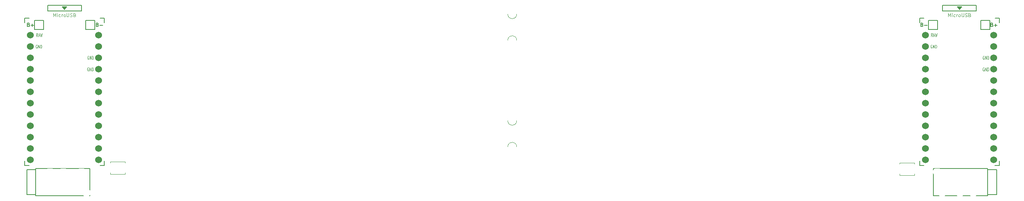
<source format=gbr>
%TF.GenerationSoftware,KiCad,Pcbnew,(6.0.7-1)-1*%
%TF.CreationDate,2022-08-06T17:31:22-07:00*%
%TF.ProjectId,sweepv2,73776565-7076-4322-9e6b-696361645f70,rev?*%
%TF.SameCoordinates,Original*%
%TF.FileFunction,Legend,Top*%
%TF.FilePolarity,Positive*%
%FSLAX46Y46*%
G04 Gerber Fmt 4.6, Leading zero omitted, Abs format (unit mm)*
G04 Created by KiCad (PCBNEW (6.0.7-1)-1) date 2022-08-06 17:31:22*
%MOMM*%
%LPD*%
G01*
G04 APERTURE LIST*
%ADD10C,0.120000*%
%ADD11C,0.125000*%
%ADD12C,0.150000*%
%ADD13C,0.100000*%
%ADD14C,1.524000*%
%ADD15C,1.397000*%
%ADD16C,0.800000*%
%ADD17O,2.000000X1.600000*%
%ADD18C,0.990600*%
%ADD19C,1.701800*%
%ADD20C,3.429000*%
%ADD21C,2.282000*%
%ADD22C,0.500000*%
%ADD23R,0.900000X1.700000*%
%ADD24C,1.000000*%
G04 APERTURE END LIST*
D10*
%TO.C,U1*%
X227681571Y-48953285D02*
X227681571Y-48203285D01*
X227931571Y-48739000D01*
X228181571Y-48203285D01*
X228181571Y-48953285D01*
X228538714Y-48953285D02*
X228538714Y-48453285D01*
X228538714Y-48203285D02*
X228503000Y-48239000D01*
X228538714Y-48274714D01*
X228574428Y-48239000D01*
X228538714Y-48203285D01*
X228538714Y-48274714D01*
X229217285Y-48917571D02*
X229145857Y-48953285D01*
X229003000Y-48953285D01*
X228931571Y-48917571D01*
X228895857Y-48881857D01*
X228860142Y-48810428D01*
X228860142Y-48596142D01*
X228895857Y-48524714D01*
X228931571Y-48489000D01*
X229003000Y-48453285D01*
X229145857Y-48453285D01*
X229217285Y-48489000D01*
X229538714Y-48953285D02*
X229538714Y-48453285D01*
X229538714Y-48596142D02*
X229574428Y-48524714D01*
X229610142Y-48489000D01*
X229681571Y-48453285D01*
X229753000Y-48453285D01*
X230110142Y-48953285D02*
X230038714Y-48917571D01*
X230003000Y-48881857D01*
X229967285Y-48810428D01*
X229967285Y-48596142D01*
X230003000Y-48524714D01*
X230038714Y-48489000D01*
X230110142Y-48453285D01*
X230217285Y-48453285D01*
X230288714Y-48489000D01*
X230324428Y-48524714D01*
X230360142Y-48596142D01*
X230360142Y-48810428D01*
X230324428Y-48881857D01*
X230288714Y-48917571D01*
X230217285Y-48953285D01*
X230110142Y-48953285D01*
X230681571Y-48203285D02*
X230681571Y-48810428D01*
X230717285Y-48881857D01*
X230753000Y-48917571D01*
X230824428Y-48953285D01*
X230967285Y-48953285D01*
X231038714Y-48917571D01*
X231074428Y-48881857D01*
X231110142Y-48810428D01*
X231110142Y-48203285D01*
X231431571Y-48917571D02*
X231538714Y-48953285D01*
X231717285Y-48953285D01*
X231788714Y-48917571D01*
X231824428Y-48881857D01*
X231860142Y-48810428D01*
X231860142Y-48739000D01*
X231824428Y-48667571D01*
X231788714Y-48631857D01*
X231717285Y-48596142D01*
X231574428Y-48560428D01*
X231503000Y-48524714D01*
X231467285Y-48489000D01*
X231431571Y-48417571D01*
X231431571Y-48346142D01*
X231467285Y-48274714D01*
X231503000Y-48239000D01*
X231574428Y-48203285D01*
X231753000Y-48203285D01*
X231860142Y-48239000D01*
X232431571Y-48560428D02*
X232538714Y-48596142D01*
X232574428Y-48631857D01*
X232610142Y-48703285D01*
X232610142Y-48810428D01*
X232574428Y-48881857D01*
X232538714Y-48917571D01*
X232467285Y-48953285D01*
X232181571Y-48953285D01*
X232181571Y-48203285D01*
X232431571Y-48203285D01*
X232503000Y-48239000D01*
X232538714Y-48274714D01*
X232574428Y-48346142D01*
X232574428Y-48417571D01*
X232538714Y-48489000D01*
X232503000Y-48524714D01*
X232431571Y-48560428D01*
X232181571Y-48560428D01*
D11*
X235677047Y-57809000D02*
X235629428Y-57773285D01*
X235558000Y-57773285D01*
X235486571Y-57809000D01*
X235438952Y-57880428D01*
X235415142Y-57951857D01*
X235391333Y-58094714D01*
X235391333Y-58201857D01*
X235415142Y-58344714D01*
X235438952Y-58416142D01*
X235486571Y-58487571D01*
X235558000Y-58523285D01*
X235605619Y-58523285D01*
X235677047Y-58487571D01*
X235700857Y-58451857D01*
X235700857Y-58201857D01*
X235605619Y-58201857D01*
X235915142Y-58523285D02*
X235915142Y-57773285D01*
X236200857Y-58523285D01*
X236200857Y-57773285D01*
X236438952Y-58523285D02*
X236438952Y-57773285D01*
X236558000Y-57773285D01*
X236629428Y-57809000D01*
X236677047Y-57880428D01*
X236700857Y-57951857D01*
X236724666Y-58094714D01*
X236724666Y-58201857D01*
X236700857Y-58344714D01*
X236677047Y-58416142D01*
X236629428Y-58487571D01*
X236558000Y-58523285D01*
X236438952Y-58523285D01*
D12*
D11*
X224027047Y-55279000D02*
X223979428Y-55243285D01*
X223908000Y-55243285D01*
X223836571Y-55279000D01*
X223788952Y-55350428D01*
X223765142Y-55421857D01*
X223741333Y-55564714D01*
X223741333Y-55671857D01*
X223765142Y-55814714D01*
X223788952Y-55886142D01*
X223836571Y-55957571D01*
X223908000Y-55993285D01*
X223955619Y-55993285D01*
X224027047Y-55957571D01*
X224050857Y-55921857D01*
X224050857Y-55671857D01*
X223955619Y-55671857D01*
X224265142Y-55993285D02*
X224265142Y-55243285D01*
X224550857Y-55993285D01*
X224550857Y-55243285D01*
X224788952Y-55993285D02*
X224788952Y-55243285D01*
X224908000Y-55243285D01*
X224979428Y-55279000D01*
X225027047Y-55350428D01*
X225050857Y-55421857D01*
X225074666Y-55564714D01*
X225074666Y-55671857D01*
X225050857Y-55814714D01*
X225027047Y-55886142D01*
X224979428Y-55957571D01*
X224908000Y-55993285D01*
X224788952Y-55993285D01*
X235657047Y-60389000D02*
X235609428Y-60353285D01*
X235538000Y-60353285D01*
X235466571Y-60389000D01*
X235418952Y-60460428D01*
X235395142Y-60531857D01*
X235371333Y-60674714D01*
X235371333Y-60781857D01*
X235395142Y-60924714D01*
X235418952Y-60996142D01*
X235466571Y-61067571D01*
X235538000Y-61103285D01*
X235585619Y-61103285D01*
X235657047Y-61067571D01*
X235680857Y-61031857D01*
X235680857Y-60781857D01*
X235585619Y-60781857D01*
X235895142Y-61103285D02*
X235895142Y-60353285D01*
X236180857Y-61103285D01*
X236180857Y-60353285D01*
X236418952Y-61103285D02*
X236418952Y-60353285D01*
X236538000Y-60353285D01*
X236609428Y-60389000D01*
X236657047Y-60460428D01*
X236680857Y-60531857D01*
X236704666Y-60674714D01*
X236704666Y-60781857D01*
X236680857Y-60924714D01*
X236657047Y-60996142D01*
X236609428Y-61067571D01*
X236538000Y-61103285D01*
X236418952Y-61103285D01*
X224162761Y-53383285D02*
X223996095Y-53026142D01*
X223877047Y-53383285D02*
X223877047Y-52633285D01*
X224067523Y-52633285D01*
X224115142Y-52669000D01*
X224138952Y-52704714D01*
X224162761Y-52776142D01*
X224162761Y-52883285D01*
X224138952Y-52954714D01*
X224115142Y-52990428D01*
X224067523Y-53026142D01*
X223877047Y-53026142D01*
X224353238Y-53169000D02*
X224591333Y-53169000D01*
X224305619Y-53383285D02*
X224472285Y-52633285D01*
X224638952Y-53383285D01*
X224758000Y-52633285D02*
X224877047Y-53383285D01*
X224972285Y-52847571D01*
X225067523Y-53383285D01*
X225186571Y-52633285D01*
D12*
%TO.C,B+*%
X237425895Y-50741942D02*
X237542009Y-50780647D01*
X237580714Y-50819352D01*
X237619419Y-50896761D01*
X237619419Y-51012876D01*
X237580714Y-51090285D01*
X237542009Y-51128990D01*
X237464600Y-51167695D01*
X237154961Y-51167695D01*
X237154961Y-50354895D01*
X237425895Y-50354895D01*
X237503304Y-50393600D01*
X237542009Y-50432304D01*
X237580714Y-50509714D01*
X237580714Y-50587123D01*
X237542009Y-50664533D01*
X237503304Y-50703238D01*
X237425895Y-50741942D01*
X237154961Y-50741942D01*
X237967761Y-50858057D02*
X238587038Y-50858057D01*
X238277400Y-51167695D02*
X238277400Y-50548419D01*
%TO.C,B-*%
X221804895Y-50741942D02*
X221921009Y-50780647D01*
X221959714Y-50819352D01*
X221998419Y-50896761D01*
X221998419Y-51012876D01*
X221959714Y-51090285D01*
X221921009Y-51128990D01*
X221843600Y-51167695D01*
X221533961Y-51167695D01*
X221533961Y-50354895D01*
X221804895Y-50354895D01*
X221882304Y-50393600D01*
X221921009Y-50432304D01*
X221959714Y-50509714D01*
X221959714Y-50587123D01*
X221921009Y-50664533D01*
X221882304Y-50703238D01*
X221804895Y-50741942D01*
X221533961Y-50741942D01*
X222346761Y-50858057D02*
X222966038Y-50858057D01*
D11*
%TO.C,U2*%
X24175047Y-55279000D02*
X24127428Y-55243285D01*
X24056000Y-55243285D01*
X23984571Y-55279000D01*
X23936952Y-55350428D01*
X23913142Y-55421857D01*
X23889333Y-55564714D01*
X23889333Y-55671857D01*
X23913142Y-55814714D01*
X23936952Y-55886142D01*
X23984571Y-55957571D01*
X24056000Y-55993285D01*
X24103619Y-55993285D01*
X24175047Y-55957571D01*
X24198857Y-55921857D01*
X24198857Y-55671857D01*
X24103619Y-55671857D01*
X24413142Y-55993285D02*
X24413142Y-55243285D01*
X24698857Y-55993285D01*
X24698857Y-55243285D01*
X24936952Y-55993285D02*
X24936952Y-55243285D01*
X25056000Y-55243285D01*
X25127428Y-55279000D01*
X25175047Y-55350428D01*
X25198857Y-55421857D01*
X25222666Y-55564714D01*
X25222666Y-55671857D01*
X25198857Y-55814714D01*
X25175047Y-55886142D01*
X25127428Y-55957571D01*
X25056000Y-55993285D01*
X24936952Y-55993285D01*
D10*
X27829571Y-48953285D02*
X27829571Y-48203285D01*
X28079571Y-48739000D01*
X28329571Y-48203285D01*
X28329571Y-48953285D01*
X28686714Y-48953285D02*
X28686714Y-48453285D01*
X28686714Y-48203285D02*
X28651000Y-48239000D01*
X28686714Y-48274714D01*
X28722428Y-48239000D01*
X28686714Y-48203285D01*
X28686714Y-48274714D01*
X29365285Y-48917571D02*
X29293857Y-48953285D01*
X29151000Y-48953285D01*
X29079571Y-48917571D01*
X29043857Y-48881857D01*
X29008142Y-48810428D01*
X29008142Y-48596142D01*
X29043857Y-48524714D01*
X29079571Y-48489000D01*
X29151000Y-48453285D01*
X29293857Y-48453285D01*
X29365285Y-48489000D01*
X29686714Y-48953285D02*
X29686714Y-48453285D01*
X29686714Y-48596142D02*
X29722428Y-48524714D01*
X29758142Y-48489000D01*
X29829571Y-48453285D01*
X29901000Y-48453285D01*
X30258142Y-48953285D02*
X30186714Y-48917571D01*
X30151000Y-48881857D01*
X30115285Y-48810428D01*
X30115285Y-48596142D01*
X30151000Y-48524714D01*
X30186714Y-48489000D01*
X30258142Y-48453285D01*
X30365285Y-48453285D01*
X30436714Y-48489000D01*
X30472428Y-48524714D01*
X30508142Y-48596142D01*
X30508142Y-48810428D01*
X30472428Y-48881857D01*
X30436714Y-48917571D01*
X30365285Y-48953285D01*
X30258142Y-48953285D01*
X30829571Y-48203285D02*
X30829571Y-48810428D01*
X30865285Y-48881857D01*
X30901000Y-48917571D01*
X30972428Y-48953285D01*
X31115285Y-48953285D01*
X31186714Y-48917571D01*
X31222428Y-48881857D01*
X31258142Y-48810428D01*
X31258142Y-48203285D01*
X31579571Y-48917571D02*
X31686714Y-48953285D01*
X31865285Y-48953285D01*
X31936714Y-48917571D01*
X31972428Y-48881857D01*
X32008142Y-48810428D01*
X32008142Y-48739000D01*
X31972428Y-48667571D01*
X31936714Y-48631857D01*
X31865285Y-48596142D01*
X31722428Y-48560428D01*
X31651000Y-48524714D01*
X31615285Y-48489000D01*
X31579571Y-48417571D01*
X31579571Y-48346142D01*
X31615285Y-48274714D01*
X31651000Y-48239000D01*
X31722428Y-48203285D01*
X31901000Y-48203285D01*
X32008142Y-48239000D01*
X32579571Y-48560428D02*
X32686714Y-48596142D01*
X32722428Y-48631857D01*
X32758142Y-48703285D01*
X32758142Y-48810428D01*
X32722428Y-48881857D01*
X32686714Y-48917571D01*
X32615285Y-48953285D01*
X32329571Y-48953285D01*
X32329571Y-48203285D01*
X32579571Y-48203285D01*
X32651000Y-48239000D01*
X32686714Y-48274714D01*
X32722428Y-48346142D01*
X32722428Y-48417571D01*
X32686714Y-48489000D01*
X32651000Y-48524714D01*
X32579571Y-48560428D01*
X32329571Y-48560428D01*
D11*
X35707047Y-57809000D02*
X35659428Y-57773285D01*
X35588000Y-57773285D01*
X35516571Y-57809000D01*
X35468952Y-57880428D01*
X35445142Y-57951857D01*
X35421333Y-58094714D01*
X35421333Y-58201857D01*
X35445142Y-58344714D01*
X35468952Y-58416142D01*
X35516571Y-58487571D01*
X35588000Y-58523285D01*
X35635619Y-58523285D01*
X35707047Y-58487571D01*
X35730857Y-58451857D01*
X35730857Y-58201857D01*
X35635619Y-58201857D01*
X35945142Y-58523285D02*
X35945142Y-57773285D01*
X36230857Y-58523285D01*
X36230857Y-57773285D01*
X36468952Y-58523285D02*
X36468952Y-57773285D01*
X36588000Y-57773285D01*
X36659428Y-57809000D01*
X36707047Y-57880428D01*
X36730857Y-57951857D01*
X36754666Y-58094714D01*
X36754666Y-58201857D01*
X36730857Y-58344714D01*
X36707047Y-58416142D01*
X36659428Y-58487571D01*
X36588000Y-58523285D01*
X36468952Y-58523285D01*
X24310761Y-53383285D02*
X24144095Y-53026142D01*
X24025047Y-53383285D02*
X24025047Y-52633285D01*
X24215523Y-52633285D01*
X24263142Y-52669000D01*
X24286952Y-52704714D01*
X24310761Y-52776142D01*
X24310761Y-52883285D01*
X24286952Y-52954714D01*
X24263142Y-52990428D01*
X24215523Y-53026142D01*
X24025047Y-53026142D01*
X24501238Y-53169000D02*
X24739333Y-53169000D01*
X24453619Y-53383285D02*
X24620285Y-52633285D01*
X24786952Y-53383285D01*
X24906000Y-52633285D02*
X25025047Y-53383285D01*
X25120285Y-52847571D01*
X25215523Y-53383285D01*
X25334571Y-52633285D01*
X35687047Y-60389000D02*
X35639428Y-60353285D01*
X35568000Y-60353285D01*
X35496571Y-60389000D01*
X35448952Y-60460428D01*
X35425142Y-60531857D01*
X35401333Y-60674714D01*
X35401333Y-60781857D01*
X35425142Y-60924714D01*
X35448952Y-60996142D01*
X35496571Y-61067571D01*
X35568000Y-61103285D01*
X35615619Y-61103285D01*
X35687047Y-61067571D01*
X35710857Y-61031857D01*
X35710857Y-60781857D01*
X35615619Y-60781857D01*
X35925142Y-61103285D02*
X35925142Y-60353285D01*
X36210857Y-61103285D01*
X36210857Y-60353285D01*
X36448952Y-61103285D02*
X36448952Y-60353285D01*
X36568000Y-60353285D01*
X36639428Y-60389000D01*
X36687047Y-60460428D01*
X36710857Y-60531857D01*
X36734666Y-60674714D01*
X36734666Y-60781857D01*
X36710857Y-60924714D01*
X36687047Y-60996142D01*
X36639428Y-61067571D01*
X36568000Y-61103285D01*
X36448952Y-61103285D01*
D12*
%TO.C,B-*%
X37654895Y-50741942D02*
X37771009Y-50780647D01*
X37809714Y-50819352D01*
X37848419Y-50896761D01*
X37848419Y-51012876D01*
X37809714Y-51090285D01*
X37771009Y-51128990D01*
X37693600Y-51167695D01*
X37383961Y-51167695D01*
X37383961Y-50354895D01*
X37654895Y-50354895D01*
X37732304Y-50393600D01*
X37771009Y-50432304D01*
X37809714Y-50509714D01*
X37809714Y-50587123D01*
X37771009Y-50664533D01*
X37732304Y-50703238D01*
X37654895Y-50741942D01*
X37383961Y-50741942D01*
X38196761Y-50858057D02*
X38816038Y-50858057D01*
%TO.C,B+*%
X22287895Y-50741942D02*
X22404009Y-50780647D01*
X22442714Y-50819352D01*
X22481419Y-50896761D01*
X22481419Y-51012876D01*
X22442714Y-51090285D01*
X22404009Y-51128990D01*
X22326600Y-51167695D01*
X22016961Y-51167695D01*
X22016961Y-50354895D01*
X22287895Y-50354895D01*
X22365304Y-50393600D01*
X22404009Y-50432304D01*
X22442714Y-50509714D01*
X22442714Y-50587123D01*
X22404009Y-50664533D01*
X22365304Y-50703238D01*
X22287895Y-50741942D01*
X22016961Y-50741942D01*
X22829761Y-50858057D02*
X23449038Y-50858057D01*
X23139400Y-51167695D02*
X23139400Y-50548419D01*
%TO.C,U1*%
X221278000Y-81264000D02*
X221278000Y-82314000D01*
X239078000Y-81314000D02*
X239078000Y-82314000D01*
X230028000Y-47164000D02*
X230328000Y-47164000D01*
X230678000Y-46714000D02*
X230178000Y-47364000D01*
X229828000Y-46864000D02*
X230528000Y-46864000D01*
X229678000Y-46714000D02*
X230678000Y-46714000D01*
X233928000Y-47664000D02*
X233928000Y-46364000D01*
X239078000Y-49264000D02*
X238128000Y-49264000D01*
X221278000Y-49264000D02*
X222278000Y-49264000D01*
X230178000Y-47364000D02*
X229678000Y-46714000D01*
X226428000Y-47664000D02*
X233928000Y-47664000D01*
X226428000Y-46364000D02*
X226428000Y-47664000D01*
X233928000Y-46364000D02*
X226428000Y-46364000D01*
X239078000Y-82314000D02*
X238068000Y-82314000D01*
X221278000Y-82314000D02*
X222278000Y-82314000D01*
X229928000Y-47014000D02*
X230428000Y-47014000D01*
X221278000Y-49264000D02*
X221278000Y-50264000D01*
X239078000Y-49264000D02*
X239078000Y-50264000D01*
%TO.C,J2*%
X236474000Y-88852000D02*
X238474000Y-88852000D01*
X236474000Y-83252000D02*
X238474000Y-83252000D01*
X224374000Y-89102000D02*
X224374000Y-83002000D01*
X238474000Y-88852000D02*
X238474000Y-83252000D01*
X236474000Y-83002000D02*
X224374000Y-83002000D01*
X236474000Y-89102000D02*
X224374000Y-89102000D01*
X236474000Y-89102000D02*
X236474000Y-83002000D01*
D13*
%TO.C,mouse-bite-2mm-slot*%
X129302000Y-48387000D02*
G75*
G03*
X131302000Y-48387000I1000000J0D01*
G01*
X131302000Y-54229000D02*
G75*
G03*
X129302000Y-54229000I-1000000J0D01*
G01*
X131302000Y-78105000D02*
G75*
G03*
X129302000Y-78105000I-1000000J0D01*
G01*
X129302000Y-72263000D02*
G75*
G03*
X131302000Y-72263000I1000000J0D01*
G01*
D10*
%TO.C,RSW1*%
X220090000Y-81658000D02*
X220090000Y-81958000D01*
X216790000Y-84458000D02*
X220090000Y-84458000D01*
X216790000Y-81658000D02*
X220090000Y-81658000D01*
X216790000Y-81958000D02*
X216790000Y-81658000D01*
X216790000Y-84158000D02*
X216790000Y-84458000D01*
X220090000Y-84458000D02*
X220090000Y-84158000D01*
D12*
%TO.C,B+*%
X236966000Y-51800000D02*
X236966000Y-49800000D01*
X234966000Y-49800000D02*
X234966000Y-51800000D01*
X236966000Y-49800000D02*
X234966000Y-49800000D01*
X234966000Y-51800000D02*
X236966000Y-51800000D01*
%TO.C,B-*%
X223282000Y-51800000D02*
X225282000Y-51800000D01*
X225282000Y-51800000D02*
X225282000Y-49800000D01*
X225282000Y-49800000D02*
X223282000Y-49800000D01*
X223282000Y-49800000D02*
X223282000Y-51800000D01*
%TO.C,U2*%
X29826000Y-46714000D02*
X30826000Y-46714000D01*
X30176000Y-47164000D02*
X30476000Y-47164000D01*
X21426000Y-49264000D02*
X21426000Y-50264000D01*
X30826000Y-46714000D02*
X30326000Y-47364000D01*
X21426000Y-49264000D02*
X22426000Y-49264000D01*
X39226000Y-49264000D02*
X39226000Y-50264000D01*
X39226000Y-49264000D02*
X38276000Y-49264000D01*
X39226000Y-82314000D02*
X38216000Y-82314000D01*
X30076000Y-47014000D02*
X30576000Y-47014000D01*
X39226000Y-81314000D02*
X39226000Y-82314000D01*
X21426000Y-81264000D02*
X21426000Y-82314000D01*
X21426000Y-82314000D02*
X22426000Y-82314000D01*
X34076000Y-47664000D02*
X34076000Y-46364000D01*
X26576000Y-46364000D02*
X26576000Y-47664000D01*
X26576000Y-47664000D02*
X34076000Y-47664000D01*
X29976000Y-46864000D02*
X30676000Y-46864000D01*
X34076000Y-46364000D02*
X26576000Y-46364000D01*
X30326000Y-47364000D02*
X29826000Y-46714000D01*
%TO.C,J1*%
X35976000Y-83002000D02*
X35976000Y-89102000D01*
X23876000Y-83002000D02*
X23876000Y-89102000D01*
X23876000Y-83002000D02*
X35976000Y-83002000D01*
X23876000Y-88852000D02*
X21876000Y-88852000D01*
X23876000Y-89102000D02*
X35976000Y-89102000D01*
X21876000Y-83252000D02*
X21876000Y-88852000D01*
X23876000Y-83252000D02*
X21876000Y-83252000D01*
%TO.C,B-*%
X35068000Y-49800000D02*
X35068000Y-51800000D01*
X35068000Y-51800000D02*
X37068000Y-51800000D01*
X37068000Y-49800000D02*
X35068000Y-49800000D01*
X37068000Y-51800000D02*
X37068000Y-49800000D01*
%TO.C,B+*%
X23638000Y-49800000D02*
X23638000Y-51800000D01*
X25638000Y-51800000D02*
X25638000Y-49800000D01*
X25638000Y-49800000D02*
X23638000Y-49800000D01*
X23638000Y-51800000D02*
X25638000Y-51800000D01*
D10*
%TO.C,RSW2*%
X40514000Y-81704000D02*
X40514000Y-81404000D01*
X43814000Y-81404000D02*
X43814000Y-81704000D01*
X40514000Y-83904000D02*
X40514000Y-84204000D01*
X40514000Y-84204000D02*
X43814000Y-84204000D01*
X40514000Y-81404000D02*
X43814000Y-81404000D01*
X43814000Y-84204000D02*
X43814000Y-83904000D01*
%TD*%
D14*
%TO.C,U1*%
X237789400Y-53086000D03*
X237789400Y-55626000D03*
X237789400Y-58166000D03*
X237789400Y-60706000D03*
X237789400Y-63246000D03*
X237789400Y-65786000D03*
X237789400Y-68326000D03*
X237789400Y-70866000D03*
X237789400Y-73406000D03*
X237789400Y-75946000D03*
X237789400Y-78486000D03*
X237789400Y-81026000D03*
X222569400Y-81026000D03*
X222569400Y-78486000D03*
X222569400Y-75946000D03*
X222569400Y-73406000D03*
X222569400Y-70866000D03*
X222569400Y-68326000D03*
X222569400Y-65786000D03*
X222569400Y-63246000D03*
X222569400Y-60706000D03*
X222569400Y-58166000D03*
X222569400Y-55626000D03*
X222569400Y-53086000D03*
%TD*%
D15*
%TO.C,B+*%
X235966000Y-50800000D03*
%TD*%
%TO.C,B-*%
X224282000Y-50800000D03*
%TD*%
D14*
%TO.C,U2*%
X37937400Y-53086000D03*
X37937400Y-55626000D03*
X37937400Y-58166000D03*
X37937400Y-60706000D03*
X37937400Y-63246000D03*
X37937400Y-65786000D03*
X37937400Y-68326000D03*
X37937400Y-70866000D03*
X37937400Y-73406000D03*
X37937400Y-75946000D03*
X37937400Y-78486000D03*
X37937400Y-81026000D03*
X22717400Y-81026000D03*
X22717400Y-78486000D03*
X22717400Y-75946000D03*
X22717400Y-73406000D03*
X22717400Y-70866000D03*
X22717400Y-68326000D03*
X22717400Y-65786000D03*
X22717400Y-63246000D03*
X22717400Y-60706000D03*
X22717400Y-58166000D03*
X22717400Y-55626000D03*
X22717400Y-53086000D03*
%TD*%
D15*
%TO.C,B-*%
X36068000Y-50800000D03*
%TD*%
%TO.C,B+*%
X24638000Y-50800000D03*
%TD*%
%LPC*%
%TO.C,G\u002A\u002A\u002A*%
G36*
X78430442Y-77621731D02*
G01*
X78404889Y-77647284D01*
X78379336Y-77621731D01*
X78404889Y-77596177D01*
X78430442Y-77621731D01*
G37*
G36*
X97904168Y-89073276D02*
G01*
X97903094Y-89080714D01*
X97877667Y-89260968D01*
X97859326Y-89398663D01*
X97851978Y-89464516D01*
X97814913Y-89514295D01*
X97723944Y-89584896D01*
X97723658Y-89585083D01*
X97659231Y-89622035D01*
X97599887Y-89630225D01*
X97523954Y-89601458D01*
X97409755Y-89527541D01*
X97235619Y-89400279D01*
X97222921Y-89390837D01*
X97030277Y-89236759D01*
X96924902Y-89126336D01*
X96903563Y-89056218D01*
X96907660Y-89044146D01*
X96899017Y-88941750D01*
X96828199Y-88880205D01*
X96727686Y-88890174D01*
X96679480Y-88902295D01*
X96578991Y-88868494D01*
X96501052Y-88784098D01*
X96481731Y-88679938D01*
X96482578Y-88674752D01*
X96443440Y-88621548D01*
X96308538Y-88594008D01*
X96187770Y-88576241D01*
X96135303Y-88533677D01*
X96129665Y-88443033D01*
X96131006Y-88403658D01*
X96103992Y-88323629D01*
X96006888Y-88296305D01*
X95874883Y-88284901D01*
X95871346Y-88334944D01*
X95820067Y-89060560D01*
X95793264Y-89394695D01*
X95761014Y-89675610D01*
X95718413Y-89922021D01*
X95659442Y-90168469D01*
X95578083Y-90449497D01*
X95471474Y-90785435D01*
X95356534Y-91106351D01*
X95251034Y-91346120D01*
X95149521Y-91515231D01*
X95046545Y-91624171D01*
X94936653Y-91683430D01*
X94914988Y-91690163D01*
X94782958Y-91715320D01*
X94695252Y-91707020D01*
X94685493Y-91698155D01*
X94625955Y-91618050D01*
X94526662Y-91467584D01*
X94396142Y-91260217D01*
X94242918Y-91009409D01*
X94075516Y-90728620D01*
X94000700Y-90601317D01*
X93831510Y-90309278D01*
X93709365Y-90089775D01*
X93629198Y-89932372D01*
X93585940Y-89826628D01*
X93574524Y-89762107D01*
X93589882Y-89728370D01*
X93605457Y-89714758D01*
X93659993Y-89619369D01*
X93635272Y-89538282D01*
X93538712Y-89504024D01*
X93474294Y-89496443D01*
X93370441Y-89445004D01*
X93319865Y-89366671D01*
X93345526Y-89287211D01*
X93397027Y-89208446D01*
X93388075Y-89128445D01*
X93305014Y-89095171D01*
X93211959Y-89065103D01*
X93140564Y-88966453D01*
X93136245Y-88832379D01*
X93138150Y-88768833D01*
X93074660Y-88737425D01*
X93060689Y-88735635D01*
X92980654Y-88672242D01*
X92902603Y-88533518D01*
X92878751Y-88478959D01*
X92824695Y-88371883D01*
X92791107Y-88329091D01*
X92787724Y-88330069D01*
X92748069Y-88382535D01*
X92693597Y-88490454D01*
X92629376Y-88613083D01*
X92527339Y-88783537D01*
X92410419Y-88963191D01*
X92298611Y-89133689D01*
X92145922Y-89380025D01*
X92014005Y-89606238D01*
X91976010Y-89672072D01*
X91840963Y-89886835D01*
X91678990Y-90125421D01*
X91517268Y-90347284D01*
X91450553Y-90435424D01*
X91291026Y-90650690D01*
X91144232Y-90854267D01*
X91035194Y-91011670D01*
X90947767Y-91135535D01*
X90791262Y-91338670D01*
X90636409Y-91522737D01*
X90529693Y-91647121D01*
X90370672Y-91846402D01*
X90240194Y-92024885D01*
X90166523Y-92123323D01*
X90032278Y-92270534D01*
X89911549Y-92369664D01*
X89804979Y-92425477D01*
X89615286Y-92466525D01*
X89460234Y-92411409D01*
X89339820Y-92260128D01*
X89310399Y-92180054D01*
X89276412Y-91961894D01*
X89265050Y-91645899D01*
X89265112Y-91605440D01*
X89269533Y-91386501D01*
X89283444Y-91245298D01*
X89310364Y-91160645D01*
X89353808Y-91111357D01*
X89404556Y-91068185D01*
X89408175Y-91018201D01*
X89342347Y-90935714D01*
X89277160Y-90855684D01*
X89281475Y-90802542D01*
X89362932Y-90733851D01*
X89393654Y-90710471D01*
X89450978Y-90652794D01*
X89447807Y-90590194D01*
X89388308Y-90481180D01*
X89356558Y-90423756D01*
X89322757Y-90315300D01*
X89350373Y-90227571D01*
X89353856Y-90219517D01*
X89684427Y-90219517D01*
X89686898Y-90428185D01*
X89694221Y-90659269D01*
X89705103Y-90842806D01*
X89718280Y-90951465D01*
X89750563Y-91095686D01*
X89974613Y-90944950D01*
X90032337Y-90904487D01*
X90288476Y-90695049D01*
X90561207Y-90432595D01*
X90822589Y-90145408D01*
X91044682Y-89861771D01*
X91195251Y-89654342D01*
X91376046Y-89412950D01*
X91542523Y-89197385D01*
X91702708Y-88988021D01*
X91874551Y-88753048D01*
X92018954Y-88545775D01*
X92137431Y-88384685D01*
X92246744Y-88268653D01*
X92323131Y-88226358D01*
X92398382Y-88209321D01*
X92493659Y-88146586D01*
X92535875Y-88069814D01*
X92496837Y-88050524D01*
X92381012Y-88028408D01*
X92215257Y-88010190D01*
X92093074Y-87994657D01*
X91810080Y-87929093D01*
X91528363Y-87830561D01*
X91162086Y-87676668D01*
X91044051Y-87803419D01*
X91004524Y-87841912D01*
X90878399Y-87950185D01*
X90707495Y-88086425D01*
X90517163Y-88230104D01*
X90410590Y-88308903D01*
X90237711Y-88439446D01*
X90102429Y-88545024D01*
X90027362Y-88608178D01*
X89968889Y-88653753D01*
X89886819Y-88686318D01*
X89836463Y-88704361D01*
X89845880Y-88778294D01*
X89935263Y-88912097D01*
X89948086Y-88928774D01*
X90007844Y-89039580D01*
X89979536Y-89101480D01*
X89860935Y-89120725D01*
X89840978Y-89121431D01*
X89780373Y-89145520D01*
X89743610Y-89222207D01*
X89716710Y-89376258D01*
X89706170Y-89486214D01*
X89694490Y-89698516D01*
X89686812Y-89954186D01*
X89684427Y-90219517D01*
X89353856Y-90219517D01*
X89365439Y-90192733D01*
X89386833Y-90056798D01*
X89383535Y-89883650D01*
X89379966Y-89847370D01*
X89357028Y-89658517D01*
X89331818Y-89554843D01*
X89298607Y-89521600D01*
X89251669Y-89544039D01*
X89221670Y-89565259D01*
X89076896Y-89640676D01*
X88864025Y-89730092D01*
X88606001Y-89824901D01*
X88325767Y-89916493D01*
X88046266Y-89996263D01*
X87851514Y-90046196D01*
X87493512Y-90130187D01*
X87190099Y-90187641D01*
X86912780Y-90223530D01*
X86633058Y-90242826D01*
X86451001Y-90254151D01*
X86191700Y-90278263D01*
X85968672Y-90307060D01*
X85843559Y-90321318D01*
X85590986Y-90335117D01*
X85275557Y-90340867D01*
X84920396Y-90338781D01*
X84548625Y-90329069D01*
X84183367Y-90311945D01*
X83847746Y-90287619D01*
X83783871Y-90282181D01*
X83573736Y-90267627D01*
X83400449Y-90260410D01*
X83296430Y-90262033D01*
X83238382Y-90264623D01*
X83045483Y-90247451D01*
X82813972Y-90203551D01*
X82583707Y-90141427D01*
X82394546Y-90069585D01*
X82290914Y-90025211D01*
X82087615Y-89951560D01*
X81880141Y-89888416D01*
X81753475Y-89854336D01*
X81509343Y-89788438D01*
X81292414Y-89729657D01*
X81185807Y-89699125D01*
X80971442Y-89631671D01*
X80739294Y-89552973D01*
X80512416Y-89471422D01*
X80313865Y-89395405D01*
X80166696Y-89333315D01*
X80093963Y-89293540D01*
X80077286Y-89280627D01*
X79979855Y-89248491D01*
X79917334Y-89234429D01*
X79770451Y-89178827D01*
X79565775Y-89089172D01*
X79321125Y-88974278D01*
X79054321Y-88842956D01*
X78783183Y-88704021D01*
X78525530Y-88566284D01*
X78299183Y-88438559D01*
X78121962Y-88329658D01*
X77977988Y-88237185D01*
X77843923Y-88155701D01*
X77764215Y-88112894D01*
X77763851Y-88112743D01*
X77693885Y-88066655D01*
X77564042Y-87966542D01*
X77390720Y-87826078D01*
X77190318Y-87658936D01*
X76979233Y-87478792D01*
X76773862Y-87299320D01*
X76590603Y-87134194D01*
X76401105Y-86962806D01*
X76205892Y-86791310D01*
X76022354Y-86634446D01*
X75866519Y-86505701D01*
X75754416Y-86418563D01*
X75702074Y-86386519D01*
X75673307Y-86393392D01*
X75672176Y-86440315D01*
X75734095Y-86514369D01*
X75844993Y-86595025D01*
X75908048Y-86634711D01*
X76024345Y-86740998D01*
X76045368Y-86842896D01*
X75974993Y-86951023D01*
X75966125Y-86959737D01*
X75870769Y-87021511D01*
X75777593Y-87002312D01*
X75733766Y-86960468D01*
X75647415Y-86838180D01*
X75541216Y-86660943D01*
X75427190Y-86451128D01*
X75317356Y-86231103D01*
X75223735Y-86023237D01*
X75158346Y-85849900D01*
X75156387Y-85843821D01*
X75087599Y-85680460D01*
X74997908Y-85527708D01*
X74906431Y-85413861D01*
X74832280Y-85367214D01*
X74824767Y-85391915D01*
X74874717Y-85462385D01*
X74926586Y-85550390D01*
X74946521Y-85679589D01*
X74919487Y-85748610D01*
X74815057Y-85809736D01*
X74643896Y-85808547D01*
X74415692Y-85743870D01*
X74338785Y-85716952D01*
X74216546Y-85686207D01*
X74154289Y-85688293D01*
X74152457Y-85703469D01*
X74207374Y-85750744D01*
X74318963Y-85808602D01*
X74458983Y-85865019D01*
X74599189Y-85907972D01*
X74711339Y-85925437D01*
X74794365Y-85930502D01*
X74824886Y-85965108D01*
X74790124Y-86059698D01*
X74752772Y-86128601D01*
X74698457Y-86168938D01*
X74601934Y-86180109D01*
X74433473Y-86171427D01*
X74303238Y-86166091D01*
X74183625Y-86171878D01*
X74137485Y-86189810D01*
X74151505Y-86223467D01*
X74234116Y-86280861D01*
X74355702Y-86318962D01*
X74475405Y-86321810D01*
X74555086Y-86316889D01*
X74597444Y-86340721D01*
X74561302Y-86417151D01*
X74465469Y-86534386D01*
X74331766Y-86669747D01*
X74182015Y-86801159D01*
X74038042Y-86906546D01*
X73949580Y-86960432D01*
X73779410Y-87039252D01*
X73659363Y-87042121D01*
X73573393Y-86966075D01*
X73505452Y-86808149D01*
X73463429Y-86665598D01*
X73416976Y-86453928D01*
X73385313Y-86215084D01*
X73365426Y-85924106D01*
X73354302Y-85556036D01*
X73352797Y-85482559D01*
X73349487Y-85249348D01*
X73362465Y-85102783D01*
X73407703Y-85030467D01*
X73501171Y-85020005D01*
X73658838Y-85059000D01*
X73896675Y-85135059D01*
X74106697Y-85200840D01*
X74257439Y-85242912D01*
X74344083Y-85256906D01*
X74383615Y-85245424D01*
X74393018Y-85211067D01*
X74385890Y-85189001D01*
X74320739Y-85159960D01*
X74255268Y-85147729D01*
X74104692Y-85102544D01*
X73896213Y-85031292D01*
X73649897Y-84941631D01*
X73385815Y-84841221D01*
X73124033Y-84737723D01*
X73041235Y-84703510D01*
X75442873Y-84703510D01*
X75475069Y-84739999D01*
X75540515Y-84731277D01*
X75611374Y-84620936D01*
X75631417Y-84571712D01*
X75664970Y-84437727D01*
X75664765Y-84333263D01*
X75629043Y-84291147D01*
X75598238Y-84310691D01*
X75539772Y-84397008D01*
X75482687Y-84517170D01*
X75444537Y-84632298D01*
X75442873Y-84703510D01*
X73041235Y-84703510D01*
X72884621Y-84638796D01*
X72687647Y-84552101D01*
X72553179Y-84485296D01*
X72529896Y-84471998D01*
X72304466Y-84329744D01*
X72038103Y-84143807D01*
X71761356Y-83936935D01*
X71504772Y-83731873D01*
X71298898Y-83551367D01*
X71210218Y-83470305D01*
X71119614Y-83408265D01*
X71037915Y-83398054D01*
X70928211Y-83427321D01*
X70910581Y-83432563D01*
X70743273Y-83457731D01*
X70494877Y-83467615D01*
X70182797Y-83461419D01*
X69755514Y-83423021D01*
X69351630Y-83332834D01*
X68972806Y-83181017D01*
X68583167Y-82956240D01*
X68455241Y-82867555D01*
X68072145Y-82533802D01*
X67735458Y-82137334D01*
X67463637Y-81702195D01*
X67275138Y-81252424D01*
X67225339Y-81046282D01*
X67188278Y-80799106D01*
X67165092Y-80535471D01*
X67156556Y-80278800D01*
X67161701Y-80109783D01*
X67489052Y-80109783D01*
X67495476Y-80240036D01*
X67560131Y-80452260D01*
X67682713Y-80745510D01*
X67862916Y-81118843D01*
X67951592Y-81290528D01*
X68137754Y-81620924D01*
X68304745Y-81868924D01*
X68460222Y-82045178D01*
X68611842Y-82160334D01*
X68674855Y-82192404D01*
X68756564Y-82209953D01*
X68765829Y-82172343D01*
X68690641Y-82090253D01*
X68674340Y-82074803D01*
X68598823Y-81973986D01*
X68514904Y-81831220D01*
X68438772Y-81678311D01*
X68386613Y-81547067D01*
X68374615Y-81469294D01*
X68414793Y-81475536D01*
X68503070Y-81543937D01*
X68620282Y-81659717D01*
X68745407Y-81793390D01*
X68991085Y-82049982D01*
X69186917Y-82243790D01*
X69344308Y-82385335D01*
X69474663Y-82485139D01*
X69589387Y-82553722D01*
X69658807Y-82587056D01*
X69772969Y-82630954D01*
X69829749Y-82636441D01*
X69829541Y-82627369D01*
X69783147Y-82562950D01*
X69682059Y-82454422D01*
X69542146Y-82319283D01*
X69487708Y-82268328D01*
X69358657Y-82142206D01*
X69272973Y-82050307D01*
X69246949Y-82009718D01*
X69297576Y-82002109D01*
X69419444Y-82043011D01*
X69590060Y-82131716D01*
X69792261Y-82259072D01*
X70008880Y-82415929D01*
X70403214Y-82720675D01*
X70903247Y-82694636D01*
X71033666Y-82687338D01*
X71240310Y-82673556D01*
X71397913Y-82660212D01*
X71479939Y-82649390D01*
X71511294Y-82647579D01*
X71543382Y-82692757D01*
X71545776Y-82818159D01*
X71546276Y-82922405D01*
X71575870Y-83002370D01*
X71654393Y-83079321D01*
X71801309Y-83180885D01*
X71925544Y-83260468D01*
X72467325Y-83565822D01*
X73067798Y-83838792D01*
X73748345Y-84089354D01*
X73894352Y-84137887D01*
X74155568Y-84222892D01*
X74341389Y-84278881D01*
X74466419Y-84308946D01*
X74545261Y-84316179D01*
X74592518Y-84303672D01*
X74622792Y-84274517D01*
X74688389Y-84203155D01*
X74735367Y-84208643D01*
X74750764Y-84311233D01*
X74755089Y-84353144D01*
X74823138Y-84456810D01*
X74957437Y-84495574D01*
X74976423Y-84484737D01*
X75034476Y-84406789D01*
X75102271Y-84278370D01*
X75202111Y-84061167D01*
X75206418Y-84229802D01*
X75188407Y-84384990D01*
X75132752Y-84549218D01*
X75124209Y-84566350D01*
X75091085Y-84661278D01*
X75103718Y-84700000D01*
X75106763Y-84699860D01*
X75177122Y-84650997D01*
X75264344Y-84532240D01*
X75355204Y-84369755D01*
X75436476Y-84189707D01*
X75494938Y-84018260D01*
X75517364Y-83881580D01*
X75485377Y-83796455D01*
X75381276Y-83684955D01*
X75232954Y-83580700D01*
X75069506Y-83503569D01*
X74920027Y-83473441D01*
X74869696Y-83470867D01*
X74687051Y-83444533D01*
X74438020Y-83394205D01*
X74144459Y-83325428D01*
X73828224Y-83243746D01*
X73561498Y-83168837D01*
X75180142Y-83168837D01*
X75210518Y-83229606D01*
X75283359Y-83267484D01*
X75420085Y-83340282D01*
X75612088Y-83523514D01*
X75763409Y-83770644D01*
X75801167Y-83881580D01*
X75861715Y-84059475D01*
X75894675Y-84367807D01*
X75893024Y-84429424D01*
X75892228Y-84437727D01*
X75868523Y-84685143D01*
X75820632Y-84918671D01*
X75756073Y-85103351D01*
X75681573Y-85212526D01*
X75640020Y-85247371D01*
X75607666Y-85296533D01*
X75629575Y-85359781D01*
X75709382Y-85470880D01*
X75726761Y-85493766D01*
X75987612Y-85799559D01*
X76289927Y-86099506D01*
X76590603Y-86350579D01*
X76736142Y-86461593D01*
X76857474Y-86559465D01*
X76922796Y-86618841D01*
X76941629Y-86639183D01*
X77062771Y-86748231D01*
X77248624Y-86897298D01*
X77482258Y-87074358D01*
X77746749Y-87267390D01*
X78025167Y-87464370D01*
X78300586Y-87653276D01*
X78556078Y-87822083D01*
X78774717Y-87958769D01*
X78939574Y-88051312D01*
X78952055Y-88057572D01*
X79326240Y-88237428D01*
X79697595Y-88402092D01*
X80048729Y-88544832D01*
X80362252Y-88658916D01*
X80620773Y-88737612D01*
X80806901Y-88774187D01*
X80942434Y-88791318D01*
X81121307Y-88827368D01*
X81244261Y-88868368D01*
X81355913Y-88919027D01*
X81546628Y-88993425D01*
X81760778Y-89068139D01*
X81968823Y-89133490D01*
X82141223Y-89179798D01*
X82248438Y-89197385D01*
X82267265Y-89198173D01*
X82404095Y-89224597D01*
X82558945Y-89276854D01*
X82630504Y-89300010D01*
X82809694Y-89338641D01*
X83038806Y-89373812D01*
X83285573Y-89400054D01*
X83448792Y-89414051D01*
X83664742Y-89434825D01*
X83832183Y-89453628D01*
X83924406Y-89467634D01*
X83925727Y-89467931D01*
X84017339Y-89478724D01*
X84199661Y-89492184D01*
X84461600Y-89507738D01*
X84792063Y-89524810D01*
X85179956Y-89542828D01*
X85614187Y-89561217D01*
X86083662Y-89579402D01*
X86152940Y-89581566D01*
X86332843Y-89582897D01*
X86458217Y-89577310D01*
X86505291Y-89565582D01*
X86480535Y-89522342D01*
X86405332Y-89421920D01*
X86297290Y-89289479D01*
X86236128Y-89213028D01*
X86132077Y-89047415D01*
X86103049Y-88928443D01*
X86096184Y-88826898D01*
X86049248Y-88690740D01*
X86005271Y-88552313D01*
X85993131Y-88332193D01*
X86007955Y-88200097D01*
X86372688Y-88200097D01*
X86388055Y-88359768D01*
X86470247Y-88470984D01*
X86484210Y-88479996D01*
X86580661Y-88519839D01*
X86720451Y-88562619D01*
X86868551Y-88599383D01*
X86989930Y-88621176D01*
X87049558Y-88619047D01*
X87049759Y-88618836D01*
X87047846Y-88561060D01*
X87014953Y-88452644D01*
X87008224Y-88433287D01*
X86986208Y-88309394D01*
X86990671Y-88190323D01*
X87017373Y-88108227D01*
X87062074Y-88095261D01*
X87068613Y-88101094D01*
X87104729Y-88179670D01*
X87135212Y-88309106D01*
X87136815Y-88318312D01*
X87192247Y-88481788D01*
X87278776Y-88616987D01*
X87363029Y-88694935D01*
X87457291Y-88738723D01*
X87506755Y-88696986D01*
X87503523Y-88571328D01*
X87487206Y-88472146D01*
X87497135Y-88445443D01*
X87542814Y-88493830D01*
X87556984Y-88510478D01*
X87599893Y-88538677D01*
X87656500Y-88523985D01*
X87746651Y-88456932D01*
X87890192Y-88328047D01*
X87908601Y-88311148D01*
X88044168Y-88190813D01*
X88147799Y-88105717D01*
X88198329Y-88073353D01*
X88226624Y-88085967D01*
X88294024Y-88149698D01*
X88349521Y-88186392D01*
X88495080Y-88218104D01*
X88687085Y-88221197D01*
X88894472Y-88195948D01*
X89086177Y-88142634D01*
X89193993Y-88107425D01*
X89398205Y-88057033D01*
X89608897Y-88019224D01*
X89680588Y-88007549D01*
X89906048Y-87943945D01*
X90132349Y-87832786D01*
X90379687Y-87662691D01*
X90668256Y-87422281D01*
X90912917Y-87205930D01*
X90825663Y-87022054D01*
X90809507Y-86985443D01*
X90776068Y-86874250D01*
X90774706Y-86802293D01*
X90801923Y-86789797D01*
X90854219Y-86856985D01*
X90861447Y-86869686D01*
X91054930Y-87116990D01*
X91310978Y-87318314D01*
X91607067Y-87465031D01*
X91920670Y-87548514D01*
X92229263Y-87560136D01*
X92510322Y-87491269D01*
X92518223Y-87487843D01*
X92576421Y-87458501D01*
X92582376Y-87438205D01*
X92523618Y-87423627D01*
X92387677Y-87411439D01*
X92162081Y-87398311D01*
X92039339Y-87390781D01*
X91799253Y-87367857D01*
X91654724Y-87340695D01*
X91607048Y-87311373D01*
X91657516Y-87281970D01*
X91807425Y-87254565D01*
X92058067Y-87231236D01*
X92362383Y-87203100D01*
X92771792Y-87131788D01*
X93106073Y-87023151D01*
X93379225Y-86872143D01*
X93605246Y-86673721D01*
X93672588Y-86599499D01*
X93700151Y-86556849D01*
X93668228Y-86554066D01*
X93565121Y-86590781D01*
X93379134Y-86666630D01*
X93243232Y-86720249D01*
X93080821Y-86774778D01*
X92989062Y-86791560D01*
X92975667Y-86769632D01*
X93048346Y-86708027D01*
X93150562Y-86632249D01*
X93244364Y-86552585D01*
X93299659Y-86507097D01*
X93423704Y-86417915D01*
X93576557Y-86316197D01*
X93695496Y-86236534D01*
X93824494Y-86141211D01*
X93897664Y-86075563D01*
X93936480Y-86009277D01*
X93983349Y-85890511D01*
X94020096Y-85763106D01*
X94037125Y-85661447D01*
X94024839Y-85619920D01*
X94005917Y-85624361D01*
X93908142Y-85658355D01*
X93750493Y-85718550D01*
X93556222Y-85796202D01*
X93374902Y-85867001D01*
X93040094Y-85983541D01*
X92709954Y-86082347D01*
X92402437Y-86159151D01*
X92135500Y-86209683D01*
X91927099Y-86229674D01*
X91795190Y-86214857D01*
X91791894Y-86213559D01*
X91741729Y-86173283D01*
X91725615Y-86089564D01*
X91737798Y-85934276D01*
X91770099Y-85737870D01*
X91868340Y-85350225D01*
X92009270Y-84931879D01*
X92180443Y-84514807D01*
X92369414Y-84130984D01*
X92563737Y-83812383D01*
X92611989Y-83729503D01*
X92624574Y-83630345D01*
X92558062Y-83580922D01*
X92419283Y-83582051D01*
X92215061Y-83634549D01*
X91952225Y-83739232D01*
X91737481Y-83843839D01*
X91326557Y-84101887D01*
X91003574Y-84400022D01*
X90761779Y-84745231D01*
X90594420Y-85144503D01*
X90569492Y-85232409D01*
X90553683Y-85317032D01*
X90510718Y-85547022D01*
X90492693Y-85861238D01*
X90515775Y-86144101D01*
X90580321Y-86364655D01*
X90669032Y-86550685D01*
X90516623Y-86672211D01*
X90410653Y-86745796D01*
X90236739Y-86849530D01*
X90047943Y-86949438D01*
X89898951Y-87019009D01*
X89767877Y-87065340D01*
X89629529Y-87091045D01*
X89452279Y-87101908D01*
X89204497Y-87103716D01*
X89064152Y-87101758D01*
X88821264Y-87091550D01*
X88612901Y-87074705D01*
X88472897Y-87053544D01*
X88404888Y-87039156D01*
X88264943Y-87033694D01*
X88153481Y-87080135D01*
X88073930Y-87118481D01*
X88038491Y-87106207D01*
X88040619Y-87090957D01*
X88090431Y-87024837D01*
X88107473Y-87012239D01*
X88120585Y-86959014D01*
X88056048Y-86915561D01*
X87933261Y-86897586D01*
X87827297Y-86882637D01*
X87782957Y-86846479D01*
X87739960Y-86810610D01*
X87634374Y-86795372D01*
X87622094Y-86795614D01*
X87516473Y-86822158D01*
X87400820Y-86903464D01*
X87252338Y-87055027D01*
X87152853Y-87172479D01*
X87035112Y-87349749D01*
X86957032Y-87541672D01*
X86908037Y-87777333D01*
X86877554Y-88085815D01*
X86870695Y-88173011D01*
X86846082Y-88367470D01*
X86815748Y-88465992D01*
X86780696Y-88466495D01*
X86741930Y-88366902D01*
X86719538Y-88233464D01*
X86722567Y-87964193D01*
X86770097Y-87673767D01*
X86854435Y-87402254D01*
X86967891Y-87189725D01*
X86982947Y-87168777D01*
X87041008Y-87070776D01*
X87051583Y-87017988D01*
X87046051Y-87014008D01*
X86986256Y-87036405D01*
X86894583Y-87132033D01*
X86782835Y-87284984D01*
X86662811Y-87479346D01*
X86546312Y-87699212D01*
X86545916Y-87700023D01*
X86425018Y-87983129D01*
X86372688Y-88200097D01*
X86007955Y-88200097D01*
X86020880Y-88084922D01*
X86084247Y-87844909D01*
X86178955Y-87646561D01*
X86348290Y-87413289D01*
X86642671Y-87084465D01*
X86964445Y-86798805D01*
X87285153Y-86583656D01*
X87501254Y-86474133D01*
X87699222Y-86405320D01*
X87847003Y-86403720D01*
X87959506Y-86469724D01*
X88051641Y-86603723D01*
X88130628Y-86724558D01*
X88229497Y-86790964D01*
X88319389Y-86759402D01*
X88332771Y-86735548D01*
X88772073Y-86735548D01*
X88778593Y-86789476D01*
X88836610Y-86777470D01*
X88926388Y-86700307D01*
X88934623Y-86690984D01*
X88957269Y-86646629D01*
X89177197Y-86646629D01*
X89219205Y-86697493D01*
X89223050Y-86699897D01*
X89343258Y-86739871D01*
X89476228Y-86706413D01*
X89644434Y-86594058D01*
X89771455Y-86487238D01*
X89966481Y-86278111D01*
X90090021Y-86054822D01*
X90154870Y-85789856D01*
X90173823Y-85455699D01*
X90173923Y-85317032D01*
X89951558Y-85481253D01*
X89877908Y-85535551D01*
X89704497Y-85662873D01*
X89557747Y-85770005D01*
X89520632Y-85798538D01*
X89429542Y-85891382D01*
X89354158Y-86016750D01*
X89282806Y-86197257D01*
X89203807Y-86455519D01*
X89179170Y-86554783D01*
X89178357Y-86592629D01*
X89177197Y-86646629D01*
X88957269Y-86646629D01*
X88984839Y-86592629D01*
X88961128Y-86470327D01*
X88939763Y-86420580D01*
X88881791Y-86344629D01*
X88837887Y-86363271D01*
X88821672Y-86475956D01*
X88813531Y-86586605D01*
X88783316Y-86705936D01*
X88772073Y-86735548D01*
X88332771Y-86735548D01*
X88392389Y-86629276D01*
X88476436Y-86440237D01*
X88641679Y-86186103D01*
X88841542Y-85964354D01*
X89048854Y-85808944D01*
X89081420Y-85790361D01*
X89250641Y-85681737D01*
X89451881Y-85539098D01*
X89648350Y-85388261D01*
X89712299Y-85337320D01*
X89886784Y-85203251D01*
X90036256Y-85095000D01*
X90133863Y-85032259D01*
X90159405Y-85015028D01*
X90259195Y-84917022D01*
X90383717Y-84765439D01*
X90511956Y-84585132D01*
X90549811Y-84529472D01*
X90691550Y-84343098D01*
X90832260Y-84186011D01*
X90946363Y-84087511D01*
X90974512Y-84069327D01*
X91131476Y-83966583D01*
X91265439Y-83877078D01*
X91410792Y-83790869D01*
X91657483Y-83671869D01*
X91941488Y-83555158D01*
X92231168Y-83452625D01*
X92494886Y-83376158D01*
X92701004Y-83337645D01*
X92721004Y-83335789D01*
X92890609Y-83323483D01*
X92988676Y-83330477D01*
X93042656Y-83363368D01*
X93080001Y-83428757D01*
X93084344Y-83438497D01*
X93106059Y-83501464D01*
X93116401Y-83577898D01*
X93114306Y-83685276D01*
X93098708Y-83841070D01*
X93068542Y-84062756D01*
X93022742Y-84367807D01*
X93015929Y-84412805D01*
X92977133Y-84689119D01*
X92944167Y-84956585D01*
X92918820Y-85196747D01*
X92902880Y-85391145D01*
X92898136Y-85521320D01*
X92906375Y-85568813D01*
X92934395Y-85559161D01*
X93043143Y-85515497D01*
X93218315Y-85442717D01*
X93443826Y-85347524D01*
X93703591Y-85236620D01*
X93881663Y-85161315D01*
X94132328Y-85059267D01*
X94343877Y-84977840D01*
X94498183Y-84923929D01*
X94577119Y-84904427D01*
X94661863Y-84932388D01*
X94756116Y-85018012D01*
X94781180Y-85067621D01*
X94818829Y-85233391D01*
X94834790Y-85456827D01*
X94830204Y-85661447D01*
X94829134Y-85709175D01*
X94801930Y-85961682D01*
X94753251Y-86185594D01*
X94639161Y-86466877D01*
X94450121Y-86790735D01*
X94213049Y-87109348D01*
X93949304Y-87394228D01*
X93680241Y-87616886D01*
X93594335Y-87679716D01*
X93494636Y-87765964D01*
X93455794Y-87819960D01*
X93460404Y-87837684D01*
X93524590Y-87867481D01*
X93638571Y-87861947D01*
X93769204Y-87825526D01*
X93883348Y-87762659D01*
X93889633Y-87757798D01*
X94005205Y-87691337D01*
X94097923Y-87673222D01*
X94097940Y-87673226D01*
X94131799Y-87701579D01*
X94176403Y-87779139D01*
X94234247Y-87912911D01*
X94292854Y-88069814D01*
X94307827Y-88109900D01*
X94399639Y-88377110D01*
X94512179Y-88721547D01*
X94647944Y-89150216D01*
X94809428Y-89670121D01*
X94814386Y-89686149D01*
X94888048Y-89913716D01*
X94954041Y-90099491D01*
X95005322Y-90224714D01*
X95034851Y-90270624D01*
X95074124Y-90228485D01*
X95128194Y-90086617D01*
X95193379Y-89846165D01*
X95269208Y-89508656D01*
X95317373Y-89195480D01*
X95346334Y-88785994D01*
X95350889Y-88334944D01*
X95332572Y-87866102D01*
X95292918Y-87403242D01*
X95233463Y-86970139D01*
X95155741Y-86590565D01*
X95061287Y-86288295D01*
X95023145Y-86173624D01*
X94998634Y-86027888D01*
X94992973Y-85840126D01*
X95003756Y-85580727D01*
X95012997Y-85344470D01*
X95001215Y-85096530D01*
X94954388Y-84926098D01*
X94865167Y-84820298D01*
X94726204Y-84766259D01*
X94530148Y-84751107D01*
X94399971Y-84737990D01*
X94289887Y-84681450D01*
X94168386Y-84559457D01*
X94050523Y-84433082D01*
X93846178Y-84267744D01*
X93658587Y-84196574D01*
X93479077Y-84217260D01*
X93298975Y-84327487D01*
X93134314Y-84466041D01*
X93171599Y-84217408D01*
X93171973Y-84214895D01*
X93192822Y-84034728D01*
X93200355Y-83942722D01*
X93631453Y-83942722D01*
X93675105Y-83973146D01*
X93798505Y-83984507D01*
X94045503Y-84028664D01*
X94313305Y-84162004D01*
X94580429Y-84373144D01*
X94836351Y-84650605D01*
X95070548Y-84982907D01*
X95272498Y-85358571D01*
X95431676Y-85766118D01*
X95440900Y-85794744D01*
X95514023Y-85997184D01*
X95593346Y-86148415D01*
X95703372Y-86286835D01*
X95868602Y-86450844D01*
X95923533Y-86502274D01*
X96057273Y-86623863D01*
X96153044Y-86705574D01*
X96192984Y-86731931D01*
X96192450Y-86726579D01*
X96163808Y-86655002D01*
X96099700Y-86513949D01*
X96007994Y-86320418D01*
X95896554Y-86091406D01*
X95862902Y-86022506D01*
X95758095Y-85800013D01*
X95677303Y-85616160D01*
X95627958Y-85488440D01*
X95617489Y-85434348D01*
X95633902Y-85446874D01*
X95690529Y-85532802D01*
X95778202Y-85686404D01*
X95888714Y-85893101D01*
X96013857Y-86138315D01*
X96069381Y-86247795D01*
X96220796Y-86532978D01*
X96373923Y-86805065D01*
X96513617Y-87037624D01*
X96624730Y-87204226D01*
X96730323Y-87357084D01*
X96879314Y-87590450D01*
X97037595Y-87852883D01*
X97184782Y-88111368D01*
X97202971Y-88144328D01*
X97324199Y-88356017D01*
X97430244Y-88528214D01*
X97510236Y-88643966D01*
X97553310Y-88686318D01*
X97580652Y-88666108D01*
X97598299Y-88565765D01*
X97590135Y-88396627D01*
X97559618Y-88175846D01*
X97510204Y-87920573D01*
X97445351Y-87647960D01*
X97368516Y-87375156D01*
X97283158Y-87119315D01*
X97192733Y-86897586D01*
X97158535Y-86819887D01*
X97106482Y-86682897D01*
X97085488Y-86597948D01*
X97078122Y-86569397D01*
X97033733Y-86457196D01*
X96955944Y-86280898D01*
X96852555Y-86057949D01*
X96731364Y-85805795D01*
X96632779Y-85606285D01*
X96504900Y-85360655D01*
X96392884Y-85170036D01*
X96281310Y-85011068D01*
X96154755Y-84860390D01*
X95997797Y-84694642D01*
X95745127Y-84453447D01*
X95472756Y-84244650D01*
X95208117Y-84107703D01*
X94930306Y-84032196D01*
X94618420Y-84007719D01*
X94408973Y-83998942D01*
X94245311Y-83976484D01*
X94161016Y-83943572D01*
X94110220Y-83915695D01*
X93984982Y-83890083D01*
X93836659Y-83883968D01*
X93706229Y-83898143D01*
X93634668Y-83933401D01*
X93631453Y-83942722D01*
X93200355Y-83942722D01*
X93211809Y-83802822D01*
X93224867Y-83568714D01*
X93240850Y-83168655D01*
X93514419Y-82935127D01*
X93790425Y-82718208D01*
X94154849Y-82496101D01*
X94528462Y-82345548D01*
X94545803Y-82340177D01*
X94696803Y-82289301D01*
X94775473Y-82241907D01*
X94805388Y-82174341D01*
X94810120Y-82062951D01*
X94805947Y-81974164D01*
X94768229Y-81866083D01*
X94673210Y-81790655D01*
X94607212Y-81759062D01*
X94512923Y-81739650D01*
X94383810Y-81746530D01*
X94187697Y-81778923D01*
X94066333Y-81799980D01*
X93820128Y-81837899D01*
X93538365Y-81877209D01*
X93261180Y-81912139D01*
X93051379Y-81938512D01*
X92853604Y-81967017D01*
X92714485Y-81991315D01*
X92655502Y-82008006D01*
X92642659Y-82038040D01*
X92618152Y-82147519D01*
X92594583Y-82303240D01*
X92562372Y-82475240D01*
X92514625Y-82573545D01*
X92456682Y-82574523D01*
X92391361Y-82475780D01*
X92364289Y-82409215D01*
X92335366Y-82231193D01*
X92391925Y-82104635D01*
X92394216Y-82102324D01*
X92433052Y-82036378D01*
X92383753Y-82013120D01*
X92252219Y-82035472D01*
X92248823Y-82036394D01*
X92152121Y-82075083D01*
X92111478Y-82143100D01*
X92104823Y-82276538D01*
X92104914Y-82281570D01*
X92113924Y-82479760D01*
X92130377Y-82675903D01*
X92133689Y-82812619D01*
X92099553Y-82885048D01*
X92027356Y-82863176D01*
X91920056Y-82746018D01*
X91843281Y-82620020D01*
X91806975Y-82480792D01*
X91800478Y-82285212D01*
X91806127Y-81991348D01*
X91643290Y-81991348D01*
X91483324Y-81952824D01*
X91327346Y-81825113D01*
X91211772Y-81620825D01*
X91211647Y-81620497D01*
X91179784Y-81521458D01*
X91177739Y-81480282D01*
X91209360Y-81491237D01*
X91312083Y-81535076D01*
X91457466Y-81600980D01*
X91548168Y-81638946D01*
X91720432Y-81689434D01*
X91845841Y-81697235D01*
X91854387Y-81695155D01*
X92339951Y-81695155D01*
X92383258Y-81731239D01*
X92484768Y-81685381D01*
X92532953Y-81630747D01*
X92504752Y-81545620D01*
X92435363Y-81473150D01*
X92376090Y-81492196D01*
X92340830Y-81606460D01*
X92339951Y-81695155D01*
X91854387Y-81695155D01*
X91883879Y-81687977D01*
X91961302Y-81645339D01*
X91961518Y-81602197D01*
X91877848Y-81582495D01*
X91867977Y-81582119D01*
X91746920Y-81553661D01*
X91580429Y-81491354D01*
X91404254Y-81411281D01*
X91254143Y-81329526D01*
X91165845Y-81262170D01*
X91156924Y-81250037D01*
X91130682Y-81153571D01*
X91153577Y-81061423D01*
X91215930Y-81020322D01*
X91260714Y-81029419D01*
X91360680Y-81071567D01*
X91436955Y-81099202D01*
X91482754Y-81078861D01*
X91464248Y-81015055D01*
X91378573Y-80930384D01*
X91242878Y-80831537D01*
X91363026Y-80617762D01*
X91409378Y-80540971D01*
X91491718Y-80447039D01*
X91562341Y-80436867D01*
X91606176Y-80453907D01*
X91730945Y-80495461D01*
X91790990Y-80496248D01*
X91820517Y-80448015D01*
X91794905Y-80373164D01*
X91716576Y-80303977D01*
X91705613Y-80298091D01*
X91645508Y-80256691D01*
X91647498Y-80206536D01*
X91710396Y-80110529D01*
X91790124Y-79990887D01*
X91909727Y-79797615D01*
X92039435Y-79577697D01*
X92162999Y-79359350D01*
X92264171Y-79170792D01*
X92326701Y-79040241D01*
X92359897Y-78947084D01*
X92362472Y-78848129D01*
X92307602Y-78741510D01*
X92271523Y-78691546D01*
X92186340Y-78632349D01*
X92058771Y-78636416D01*
X92004545Y-78645358D01*
X91829787Y-78671826D01*
X91641509Y-78698062D01*
X91557081Y-78714244D01*
X91360016Y-78768902D01*
X91124502Y-78848311D01*
X90884858Y-78941432D01*
X90884666Y-78941512D01*
X90661178Y-79037212D01*
X90517593Y-79106643D01*
X90438448Y-79160284D01*
X90408281Y-79208612D01*
X90411628Y-79262105D01*
X90415902Y-79332938D01*
X90357818Y-79441016D01*
X90336419Y-79457782D01*
X90270764Y-79476653D01*
X90204992Y-79411543D01*
X90161157Y-79342752D01*
X90133863Y-79272928D01*
X90102888Y-79243149D01*
X90014812Y-79232491D01*
X89915666Y-79246354D01*
X89852561Y-79283045D01*
X89849103Y-79292092D01*
X89865985Y-79374284D01*
X89929436Y-79487123D01*
X89950778Y-79518440D01*
X90006011Y-79644255D01*
X89973761Y-79718369D01*
X89853470Y-79742656D01*
X89755868Y-79716047D01*
X89636483Y-79618359D01*
X89553691Y-79482410D01*
X89536022Y-79344027D01*
X89532347Y-79248552D01*
X89450318Y-79176914D01*
X89375588Y-79142028D01*
X89239497Y-79070333D01*
X89167800Y-79030331D01*
X89063665Y-78977123D01*
X89058405Y-78974617D01*
X88985822Y-78913419D01*
X88972926Y-78851202D01*
X89027795Y-78822737D01*
X89036019Y-78822590D01*
X89126124Y-78787038D01*
X89138882Y-78708333D01*
X89068755Y-78614618D01*
X89058092Y-78605701D01*
X88996391Y-78528773D01*
X88966325Y-78415814D01*
X88958410Y-78234127D01*
X88958890Y-78166838D01*
X88967447Y-78031823D01*
X88990992Y-77973323D01*
X89035070Y-77972405D01*
X89080303Y-77980926D01*
X89110278Y-77948444D01*
X89085101Y-77882388D01*
X89009517Y-77812464D01*
X89005637Y-77809959D01*
X88937378Y-77728035D01*
X88908265Y-77623029D01*
X88921665Y-77532489D01*
X88980947Y-77493964D01*
X88982809Y-77493956D01*
X89073524Y-77460280D01*
X89089225Y-77382141D01*
X89023438Y-77290533D01*
X89005787Y-77274793D01*
X88959366Y-77208250D01*
X88924626Y-77101481D01*
X88896314Y-76933849D01*
X88869174Y-76684720D01*
X88863870Y-76631068D01*
X88823132Y-76332422D01*
X88767076Y-76127550D01*
X88687875Y-76009286D01*
X88577702Y-75970466D01*
X88428731Y-76003926D01*
X88233135Y-76102502D01*
X88162739Y-76144554D01*
X87997114Y-76248577D01*
X87806031Y-76373170D01*
X87608056Y-76505681D01*
X87421756Y-76633462D01*
X87265698Y-76743861D01*
X87158447Y-76824228D01*
X87118571Y-76861913D01*
X87119434Y-76865969D01*
X87155065Y-76928392D01*
X87226803Y-77031215D01*
X87289776Y-77142110D01*
X87298392Y-77242103D01*
X87243589Y-77285874D01*
X87143294Y-77262433D01*
X87015435Y-77160789D01*
X86974909Y-77120317D01*
X86872655Y-77056309D01*
X86803044Y-77087948D01*
X86760431Y-77216470D01*
X86746106Y-77273273D01*
X86677250Y-77365576D01*
X86573473Y-77366183D01*
X86446111Y-77273055D01*
X86318200Y-77182547D01*
X86121992Y-77122122D01*
X85914388Y-77079402D01*
X85670213Y-76986985D01*
X85474928Y-76864928D01*
X85355185Y-76726963D01*
X85346217Y-76709585D01*
X85301504Y-76615415D01*
X85307237Y-76590074D01*
X85365068Y-76614788D01*
X85426254Y-76637123D01*
X85521489Y-76639540D01*
X85548632Y-76626851D01*
X85582607Y-76560473D01*
X85525246Y-76463884D01*
X85379368Y-76342971D01*
X85265213Y-76251121D01*
X85201980Y-76163690D01*
X85220333Y-76110098D01*
X85322696Y-76100706D01*
X85389180Y-76104110D01*
X85432052Y-76093610D01*
X85429050Y-76076289D01*
X85399294Y-75976137D01*
X85344051Y-75811226D01*
X85271206Y-75603292D01*
X85188644Y-75374072D01*
X85104249Y-75145301D01*
X85025907Y-74938717D01*
X84961503Y-74776055D01*
X84918921Y-74679052D01*
X84899779Y-74643756D01*
X84803276Y-74503102D01*
X84706837Y-74406066D01*
X84666713Y-74379643D01*
X84580971Y-74353886D01*
X84488949Y-74397344D01*
X84426240Y-74462281D01*
X84400648Y-74555498D01*
X84388400Y-74626052D01*
X84315834Y-74713822D01*
X84285043Y-74743636D01*
X84201256Y-74855986D01*
X84096405Y-75019539D01*
X83985831Y-75207713D01*
X83884874Y-75393924D01*
X83808878Y-75551589D01*
X83773182Y-75654125D01*
X83757718Y-75690553D01*
X83680256Y-75731437D01*
X83655052Y-75733054D01*
X83580282Y-75757128D01*
X83552718Y-75791814D01*
X83596472Y-75813497D01*
X83624600Y-75815054D01*
X83715296Y-75810799D01*
X83759326Y-75823155D01*
X83819601Y-75898307D01*
X83846964Y-76003587D01*
X83840335Y-76030100D01*
X83781128Y-76051649D01*
X83644430Y-76037612D01*
X83625053Y-76034565D01*
X83454597Y-76023975D01*
X83295581Y-76037529D01*
X83178101Y-76070497D01*
X83132253Y-76118145D01*
X83135381Y-76126636D01*
X83200658Y-76154706D01*
X83323903Y-76166882D01*
X83458786Y-76176852D01*
X83659811Y-76204184D01*
X83901772Y-76244671D01*
X84164402Y-76294126D01*
X84427435Y-76348362D01*
X84670605Y-76403190D01*
X84672491Y-76403666D01*
X84873646Y-76454424D01*
X85016291Y-76497876D01*
X85078274Y-76529359D01*
X85080874Y-76533887D01*
X85069814Y-76597986D01*
X84962502Y-76661996D01*
X84947845Y-76667948D01*
X84852184Y-76694406D01*
X84734071Y-76700702D01*
X84567684Y-76686388D01*
X84327195Y-76651018D01*
X83975256Y-76603584D01*
X83646146Y-76581763D01*
X83309746Y-76585986D01*
X82935641Y-76616635D01*
X82493420Y-76674093D01*
X82064759Y-76746175D01*
X81290050Y-76932952D01*
X80564959Y-77188766D01*
X80202303Y-77361299D01*
X79866676Y-77520973D01*
X79757999Y-77577017D01*
X79561451Y-77673679D01*
X79325837Y-77786191D01*
X79081262Y-77900025D01*
X78913339Y-77980886D01*
X78628581Y-78131191D01*
X78355611Y-78289040D01*
X78135789Y-78431194D01*
X78019646Y-78517921D01*
X77760792Y-78735046D01*
X77476715Y-78997764D01*
X77188695Y-79284530D01*
X76918006Y-79573799D01*
X76685926Y-79844027D01*
X76513732Y-80073668D01*
X76444788Y-80174992D01*
X76403048Y-80236336D01*
X76261306Y-80438730D01*
X76141266Y-80604248D01*
X76098442Y-80666127D01*
X75985765Y-80853490D01*
X75854592Y-81094595D01*
X75718777Y-81361742D01*
X75592172Y-81627234D01*
X75488629Y-81863372D01*
X75422001Y-82042455D01*
X75337705Y-82323210D01*
X75266070Y-82585397D01*
X75218966Y-82795351D01*
X75190536Y-82976707D01*
X75182059Y-83053310D01*
X75180142Y-83168837D01*
X73561498Y-83168837D01*
X73511171Y-83154703D01*
X73215155Y-83063845D01*
X72962032Y-82976716D01*
X72882604Y-82946725D01*
X72590227Y-82828880D01*
X72310660Y-82705674D01*
X72060482Y-82585361D01*
X71856269Y-82476197D01*
X71714598Y-82386437D01*
X71652046Y-82324336D01*
X71649495Y-82299549D01*
X71682789Y-82198120D01*
X71760280Y-82073529D01*
X71951100Y-81743607D01*
X72065120Y-81361990D01*
X72096299Y-80952213D01*
X72040893Y-80534809D01*
X71996619Y-80382385D01*
X71888175Y-80103131D01*
X71750636Y-79818674D01*
X71601514Y-79563911D01*
X71458317Y-79373740D01*
X71342132Y-79264306D01*
X71170968Y-79129746D01*
X70971102Y-78989934D01*
X70760916Y-78856008D01*
X70558791Y-78739107D01*
X70383107Y-78650367D01*
X70252246Y-78600927D01*
X70184588Y-78601925D01*
X70184940Y-78650023D01*
X70230473Y-78742943D01*
X70260079Y-78791840D01*
X70364312Y-79022349D01*
X70458953Y-79314975D01*
X70539095Y-79643620D01*
X70599831Y-79982187D01*
X70636256Y-80304579D01*
X70643463Y-80584698D01*
X70616545Y-80796447D01*
X70569152Y-80938410D01*
X70459802Y-81134393D01*
X70327168Y-81253713D01*
X70182434Y-81288026D01*
X70036784Y-81228987D01*
X69842979Y-81095876D01*
X69582058Y-80937753D01*
X69287538Y-80773857D01*
X68990039Y-80621215D01*
X68720181Y-80496856D01*
X68411126Y-80366591D01*
X68097747Y-80238423D01*
X67861157Y-80147503D01*
X67692461Y-80090632D01*
X67582768Y-80064610D01*
X67523184Y-80066239D01*
X67489052Y-80109783D01*
X67161701Y-80109783D01*
X67163444Y-80052518D01*
X67186532Y-79880048D01*
X67226593Y-79784815D01*
X67267371Y-79770061D01*
X67398372Y-79779817D01*
X67597757Y-79826167D01*
X67851049Y-79904139D01*
X68143773Y-80008763D01*
X68461453Y-80135068D01*
X68789613Y-80278082D01*
X69113775Y-80432836D01*
X69206963Y-80479394D01*
X69427302Y-80588416D01*
X69605292Y-80674962D01*
X69724636Y-80731165D01*
X69769037Y-80749160D01*
X69769122Y-80735497D01*
X69764543Y-80642940D01*
X69754701Y-80483074D01*
X69740992Y-80279276D01*
X69739504Y-80256549D01*
X69731930Y-80024702D01*
X69733547Y-79752969D01*
X69743031Y-79461651D01*
X69759058Y-79171048D01*
X69780304Y-78901460D01*
X69805446Y-78673185D01*
X69833160Y-78506524D01*
X69862122Y-78421777D01*
X69864077Y-78419375D01*
X69967576Y-78375395D01*
X70149764Y-78395101D01*
X70409605Y-78478254D01*
X70746068Y-78624618D01*
X70942838Y-78729416D01*
X71305112Y-78980286D01*
X71640180Y-79284002D01*
X71930083Y-79621039D01*
X72156862Y-79971868D01*
X72302558Y-80316964D01*
X72383657Y-80700531D01*
X72413225Y-81152954D01*
X72376035Y-81582495D01*
X72371679Y-81606672D01*
X72333569Y-81802581D01*
X72297752Y-81963130D01*
X72271463Y-82055586D01*
X72267860Y-82105534D01*
X72312392Y-82159075D01*
X72421779Y-82224900D01*
X72611458Y-82314778D01*
X72617175Y-82317351D01*
X72948703Y-82461111D01*
X73230178Y-82572326D01*
X73451355Y-82647509D01*
X73601993Y-82683173D01*
X73671847Y-82675829D01*
X73675199Y-82670051D01*
X73684467Y-82641312D01*
X74146918Y-82641312D01*
X74147794Y-82645927D01*
X74156004Y-82684366D01*
X74169989Y-82697203D01*
X74200389Y-82672862D01*
X74257845Y-82599767D01*
X74352997Y-82466341D01*
X74496487Y-82261010D01*
X74542897Y-82198767D01*
X74644760Y-82095713D01*
X74718247Y-82072408D01*
X74771125Y-82066383D01*
X74819722Y-81978289D01*
X74885933Y-81782513D01*
X75005423Y-81517035D01*
X75159819Y-81224609D01*
X75334335Y-80933083D01*
X75514185Y-80670304D01*
X75609406Y-80537127D01*
X75717790Y-80369763D01*
X75786859Y-80242297D01*
X75804728Y-80174992D01*
X75789634Y-80144909D01*
X75674543Y-80039837D01*
X75484786Y-79958615D01*
X75241723Y-79911249D01*
X75104615Y-79899590D01*
X74989147Y-79906228D01*
X74905903Y-79947595D01*
X74816134Y-80034955D01*
X74816070Y-80035024D01*
X74775763Y-80080936D01*
X74740105Y-80131693D01*
X74706079Y-80197834D01*
X74670666Y-80289898D01*
X74630847Y-80418427D01*
X74583606Y-80593960D01*
X74525924Y-80827036D01*
X74454782Y-81128196D01*
X74367164Y-81507979D01*
X74260049Y-81976925D01*
X74214926Y-82185810D01*
X74174878Y-82397074D01*
X74150851Y-82556885D01*
X74146918Y-82641312D01*
X73684467Y-82641312D01*
X73701722Y-82587808D01*
X73744469Y-82424774D01*
X73799615Y-82196662D01*
X73863336Y-81919183D01*
X73931805Y-81608049D01*
X73947878Y-81533592D01*
X74042146Y-81105014D01*
X74122941Y-80762757D01*
X74195820Y-80494745D01*
X74266347Y-80288900D01*
X74340079Y-80133145D01*
X74422579Y-80015403D01*
X74519406Y-79923596D01*
X74636120Y-79845647D01*
X74778282Y-79769479D01*
X74941418Y-79691205D01*
X75058420Y-79653921D01*
X75163904Y-79653488D01*
X75297206Y-79683381D01*
X75339047Y-79695709D01*
X75537013Y-79774737D01*
X75712096Y-79871295D01*
X75763445Y-79905257D01*
X75874570Y-79971763D01*
X75936238Y-79998189D01*
X75986330Y-79960689D01*
X76061066Y-79867301D01*
X76137579Y-79751702D01*
X76193604Y-79647586D01*
X76206876Y-79588644D01*
X76191847Y-79540491D01*
X76169791Y-79407380D01*
X76148633Y-79223834D01*
X76131228Y-79019736D01*
X76120429Y-78824969D01*
X76119091Y-78669417D01*
X76122804Y-78617992D01*
X76177353Y-78430340D01*
X76284406Y-78305695D01*
X76430169Y-78262118D01*
X76453632Y-78262882D01*
X76483681Y-78275121D01*
X76424507Y-78315764D01*
X76377895Y-78349743D01*
X76341207Y-78425522D01*
X76363580Y-78539970D01*
X76446186Y-78714609D01*
X76491305Y-78800997D01*
X76527824Y-78894692D01*
X76517972Y-78957543D01*
X76463818Y-79026079D01*
X76411912Y-79099557D01*
X76416586Y-79135272D01*
X76440167Y-79138068D01*
X76539497Y-79148207D01*
X76575475Y-79141213D01*
X76681485Y-79084705D01*
X76807954Y-78988991D01*
X76875494Y-78933035D01*
X76985244Y-78853837D01*
X77050710Y-78822737D01*
X77069482Y-78818198D01*
X77101037Y-78758853D01*
X77087449Y-78728258D01*
X77011625Y-78650525D01*
X76898840Y-78564093D01*
X76783248Y-78493927D01*
X76699001Y-78464990D01*
X76673788Y-78455968D01*
X76623228Y-78388330D01*
X76618415Y-78348272D01*
X76673642Y-78313967D01*
X76802224Y-78328569D01*
X76993661Y-78391974D01*
X77194361Y-78472278D01*
X77496721Y-78237474D01*
X77799082Y-78002670D01*
X77808605Y-77648162D01*
X77820355Y-77442328D01*
X77849894Y-77276005D01*
X78183183Y-77276005D01*
X78251569Y-77391751D01*
X78301891Y-77448583D01*
X78323492Y-77546273D01*
X78264346Y-77617472D01*
X78226762Y-77643533D01*
X78264346Y-77677096D01*
X78289145Y-77694380D01*
X78328229Y-77779309D01*
X78330765Y-77810898D01*
X78363776Y-77846516D01*
X78444891Y-77816609D01*
X78586610Y-77718222D01*
X78622257Y-77692293D01*
X78799368Y-77580559D01*
X78981047Y-77485316D01*
X79080701Y-77431700D01*
X79157783Y-77361299D01*
X79153554Y-77309623D01*
X79062651Y-77289537D01*
X79001606Y-77267436D01*
X78883093Y-77193329D01*
X78742962Y-77085111D01*
X78673099Y-77027017D01*
X78537490Y-76927018D01*
X78442493Y-76891105D01*
X78364303Y-76914527D01*
X78279113Y-76992534D01*
X78194814Y-77130697D01*
X78183183Y-77276005D01*
X77849894Y-77276005D01*
X77867753Y-77175448D01*
X77956654Y-76984434D01*
X78094591Y-76855596D01*
X78289100Y-76775246D01*
X78297609Y-76772976D01*
X78411405Y-76750833D01*
X78516021Y-76757122D01*
X78644624Y-76798317D01*
X78830381Y-76880890D01*
X78833245Y-76882232D01*
X79019431Y-76976700D01*
X79181201Y-77071337D01*
X79283822Y-77145846D01*
X79396156Y-77251257D01*
X79641569Y-77108725D01*
X79804449Y-77008333D01*
X79905822Y-76924474D01*
X79943652Y-76849194D01*
X79933122Y-76764575D01*
X79928537Y-76735023D01*
X79940662Y-76610391D01*
X79979802Y-76467047D01*
X80372495Y-76467047D01*
X80382384Y-76501926D01*
X80437658Y-76519703D01*
X80500261Y-76471831D01*
X80552326Y-76422847D01*
X80605527Y-76446513D01*
X80628028Y-76548491D01*
X80628066Y-76574371D01*
X80635097Y-76639787D01*
X80670462Y-76662990D01*
X80757263Y-76647977D01*
X80918603Y-76598742D01*
X81022874Y-76571505D01*
X81231630Y-76532988D01*
X81444289Y-76508256D01*
X81479027Y-76505569D01*
X81675499Y-76482386D01*
X81777976Y-76449825D01*
X81793593Y-76403666D01*
X81729487Y-76339695D01*
X81660315Y-76302092D01*
X81578803Y-76318320D01*
X81507871Y-76352537D01*
X81384406Y-76369618D01*
X81277076Y-76349872D01*
X81243600Y-76295817D01*
X81292343Y-76225782D01*
X81420181Y-76158233D01*
X81449798Y-76147096D01*
X81556082Y-76098227D01*
X81599054Y-76062655D01*
X81578504Y-76017775D01*
X81502190Y-75912340D01*
X81387387Y-75772917D01*
X81253148Y-75620932D01*
X81118525Y-75477813D01*
X81002571Y-75364984D01*
X80924337Y-75303872D01*
X80865421Y-75275777D01*
X80771826Y-75265187D01*
X80663422Y-75320184D01*
X80656046Y-75325040D01*
X80597784Y-75369914D01*
X80562270Y-75425430D01*
X80544650Y-75514468D01*
X80540070Y-75659907D01*
X80543677Y-75884625D01*
X80546294Y-76033259D01*
X80544403Y-76207567D01*
X80532064Y-76311532D01*
X80506127Y-76364888D01*
X80463441Y-76387372D01*
X80414757Y-76408845D01*
X80372495Y-76467047D01*
X79979802Y-76467047D01*
X79982290Y-76457935D01*
X80001239Y-76400562D01*
X80055377Y-76193040D01*
X80093249Y-75986991D01*
X80148409Y-75736555D01*
X80265666Y-75481798D01*
X80427016Y-75296364D01*
X80621751Y-75188475D01*
X80839164Y-75166349D01*
X81068548Y-75238209D01*
X81225665Y-75337032D01*
X81463257Y-75532083D01*
X81699264Y-75770841D01*
X81905025Y-76026302D01*
X81924565Y-76053766D01*
X82018573Y-76177878D01*
X82092316Y-76238695D01*
X82178947Y-76253661D01*
X82311622Y-76240218D01*
X82507228Y-76212420D01*
X82670574Y-76177684D01*
X82781306Y-76129781D01*
X82866238Y-76056356D01*
X82952187Y-75945052D01*
X83063440Y-75783286D01*
X83234057Y-75521366D01*
X83405797Y-75244798D01*
X83558523Y-74986220D01*
X83672099Y-74778267D01*
X83681195Y-74760813D01*
X83824918Y-74549793D01*
X84009670Y-74360160D01*
X84208161Y-74216017D01*
X84393100Y-74141469D01*
X84423420Y-74136861D01*
X84609720Y-74148178D01*
X84847534Y-74224441D01*
X85042015Y-74323572D01*
X85258262Y-74516707D01*
X85415030Y-74785312D01*
X85458767Y-74887720D01*
X85524390Y-75040845D01*
X85538634Y-75077143D01*
X85586547Y-75216357D01*
X85648315Y-75410250D01*
X85714171Y-75628572D01*
X85799700Y-75905583D01*
X85914738Y-76222510D01*
X86025553Y-76454694D01*
X86137077Y-76611960D01*
X86254243Y-76704130D01*
X86415261Y-76787396D01*
X87147000Y-76293638D01*
X87365501Y-76147971D01*
X87635245Y-75978059D01*
X87862155Y-75854080D01*
X88069413Y-75766790D01*
X88280200Y-75706950D01*
X88517699Y-75665317D01*
X88805090Y-75632651D01*
X88834333Y-75629968D01*
X89107753Y-75630271D01*
X89317004Y-75692578D01*
X89485338Y-75828566D01*
X89636008Y-76049912D01*
X89785655Y-76317932D01*
X89784311Y-77619478D01*
X89782966Y-78921025D01*
X89945638Y-78891106D01*
X89948573Y-78890555D01*
X90080176Y-78855771D01*
X90265732Y-78795044D01*
X90466056Y-78721170D01*
X90705342Y-78635507D01*
X91075053Y-78526999D01*
X91450086Y-78440569D01*
X91797866Y-78383426D01*
X92085819Y-78362777D01*
X92257231Y-78366668D01*
X92389743Y-78388403D01*
X92497613Y-78441538D01*
X92621839Y-78539598D01*
X92691507Y-78604623D01*
X92815702Y-78747525D01*
X92893717Y-78874075D01*
X92902193Y-78897526D01*
X92931047Y-79068817D01*
X92936452Y-79302686D01*
X92920062Y-79568642D01*
X92883533Y-79836194D01*
X92828521Y-80074849D01*
X92808636Y-80141860D01*
X92741035Y-80371432D01*
X92678173Y-80586975D01*
X92603873Y-80843567D01*
X92850961Y-81148126D01*
X92874824Y-81177737D01*
X92988169Y-81324400D01*
X93067911Y-81437596D01*
X93098048Y-81494870D01*
X93107886Y-81502763D01*
X93192906Y-81512099D01*
X93346325Y-81509922D01*
X93545231Y-81496167D01*
X93907977Y-81469441D01*
X94342899Y-81458283D01*
X94706143Y-81475299D01*
X94990863Y-81519742D01*
X95190213Y-81590861D01*
X95234245Y-81630747D01*
X95297346Y-81687907D01*
X95314653Y-81728846D01*
X95352863Y-81869817D01*
X95381528Y-82039993D01*
X95389084Y-82121229D01*
X95383921Y-82267066D01*
X95343380Y-82417337D01*
X95258576Y-82613480D01*
X95150886Y-82821671D01*
X95011948Y-83062726D01*
X94873160Y-83281791D01*
X94640323Y-83626761D01*
X94816694Y-83626761D01*
X94950027Y-83645347D01*
X95182006Y-83728917D01*
X95447251Y-83868579D01*
X95725858Y-84052126D01*
X95997921Y-84267345D01*
X96243536Y-84502028D01*
X96391432Y-84665716D01*
X96582447Y-84905046D01*
X96754758Y-85163595D01*
X96925173Y-85467347D01*
X97110499Y-85842283D01*
X97201335Y-86041435D01*
X97394658Y-86517908D01*
X97564097Y-87008788D01*
X97705398Y-87496760D01*
X97814310Y-87964509D01*
X97886577Y-88394722D01*
X97900872Y-88565765D01*
X97917947Y-88770082D01*
X97904168Y-89073276D01*
G37*
G36*
X81147498Y-87733486D02*
G01*
X81066426Y-87804436D01*
X80909510Y-87911477D01*
X80773646Y-87971011D01*
X80604087Y-88004323D01*
X80414358Y-88011972D01*
X80250727Y-87973106D01*
X80225956Y-87962644D01*
X80063108Y-87859781D01*
X79881731Y-87702481D01*
X79711196Y-87518668D01*
X79580876Y-87336267D01*
X79476074Y-87137602D01*
X79358582Y-86876407D01*
X79245909Y-86591080D01*
X79144407Y-86301103D01*
X79129928Y-86253666D01*
X79568393Y-86253666D01*
X79569302Y-86304522D01*
X79593560Y-86427397D01*
X79636314Y-86593709D01*
X79722686Y-86830120D01*
X79846646Y-87075635D01*
X79990735Y-87301240D01*
X80138343Y-87480970D01*
X80272864Y-87588861D01*
X80359685Y-87625329D01*
X80594862Y-87657167D01*
X80819678Y-87601810D01*
X80888197Y-87564262D01*
X80925400Y-87514524D01*
X80876347Y-87461586D01*
X80735467Y-87391543D01*
X80643630Y-87340781D01*
X80478856Y-87219121D01*
X80326614Y-87076209D01*
X80303822Y-87051236D01*
X80188144Y-86907013D01*
X80131790Y-86785332D01*
X80116961Y-86650008D01*
X80112364Y-86542232D01*
X80082500Y-86466462D01*
X80003975Y-86408742D01*
X79853410Y-86341727D01*
X79742239Y-86298275D01*
X79623216Y-86259849D01*
X79568393Y-86253666D01*
X79129928Y-86253666D01*
X79060427Y-86025957D01*
X79000320Y-85785127D01*
X78970438Y-85598093D01*
X78977132Y-85484339D01*
X79003407Y-85446057D01*
X79074565Y-85421811D01*
X79194682Y-85435366D01*
X79374061Y-85489305D01*
X79623005Y-85586212D01*
X79951817Y-85728668D01*
X79980818Y-85741564D01*
X80293785Y-85876192D01*
X80629576Y-86013875D01*
X80949721Y-86139158D01*
X81215754Y-86236580D01*
X81395492Y-86299319D01*
X81576469Y-86366392D01*
X81688049Y-86417646D01*
X81746274Y-86462933D01*
X81767188Y-86512105D01*
X81766834Y-86575015D01*
X81732486Y-86719036D01*
X81650459Y-86923497D01*
X81536028Y-87155078D01*
X81404111Y-87385874D01*
X81318505Y-87514524D01*
X81269628Y-87587978D01*
X81147498Y-87733486D01*
G37*
G36*
X79479097Y-83364694D02*
G01*
X79410256Y-83727239D01*
X79289925Y-84044756D01*
X79122838Y-84304278D01*
X78913731Y-84492840D01*
X78667338Y-84597477D01*
X78635897Y-84603837D01*
X78352803Y-84608164D01*
X78082340Y-84524568D01*
X77832023Y-84365850D01*
X77609369Y-84144810D01*
X77421892Y-83874248D01*
X77277109Y-83566962D01*
X77182534Y-83235753D01*
X77171664Y-83134770D01*
X78000622Y-83134770D01*
X78010231Y-83154047D01*
X78090173Y-83209886D01*
X78189768Y-83206041D01*
X78258641Y-83141248D01*
X78271782Y-83053851D01*
X78236425Y-82953834D01*
X78157218Y-82911268D01*
X78076725Y-82936828D01*
X78004779Y-83025332D01*
X78000622Y-83134770D01*
X77171664Y-83134770D01*
X77145685Y-82893421D01*
X77174075Y-82552765D01*
X77192863Y-82492176D01*
X78328420Y-82492176D01*
X78355865Y-82756878D01*
X78454113Y-82986725D01*
X78520877Y-83053851D01*
X78629210Y-83162772D01*
X78736372Y-83226927D01*
X78900720Y-83260951D01*
X79079356Y-83207842D01*
X79126007Y-83179778D01*
X79230843Y-83039715D01*
X79270560Y-82823505D01*
X79244546Y-82533655D01*
X79202010Y-82333665D01*
X79119135Y-82088959D01*
X79013403Y-81933514D01*
X78878885Y-81859869D01*
X78709651Y-81860562D01*
X78610326Y-81891389D01*
X78455979Y-82014888D01*
X78360950Y-82216908D01*
X78328420Y-82492176D01*
X77192863Y-82492176D01*
X77275222Y-82226585D01*
X77337972Y-82077028D01*
X77386611Y-81942019D01*
X77402768Y-81868838D01*
X77400743Y-81809680D01*
X77424233Y-81741106D01*
X77492834Y-81674379D01*
X77622688Y-81595149D01*
X77829939Y-81489063D01*
X78101198Y-81363268D01*
X78343119Y-81276528D01*
X78535384Y-81245012D01*
X78695431Y-81266099D01*
X78840700Y-81337168D01*
X78925512Y-81408044D01*
X79077232Y-81602035D01*
X79219722Y-81863713D01*
X79341846Y-82171149D01*
X79432469Y-82502415D01*
X79443364Y-82556381D01*
X79474581Y-82823505D01*
X79491711Y-82970086D01*
X79479097Y-83364694D01*
G37*
G36*
X85114168Y-84640214D02*
G01*
X85101052Y-84870463D01*
X85072583Y-85043329D01*
X84948284Y-85415285D01*
X84772306Y-85756090D01*
X84556206Y-86009748D01*
X84295171Y-86181718D01*
X83984385Y-86277461D01*
X83885594Y-86291198D01*
X83548281Y-86277531D01*
X83239529Y-86166500D01*
X82962127Y-85959473D01*
X82718868Y-85657816D01*
X82692776Y-85616719D01*
X82469293Y-85172007D01*
X82347086Y-84716523D01*
X82345244Y-84676327D01*
X83262507Y-84676327D01*
X83283825Y-84798947D01*
X83307370Y-84833192D01*
X83402150Y-84894139D01*
X83504302Y-84894840D01*
X83572586Y-84830752D01*
X83591226Y-84730022D01*
X83555043Y-84614487D01*
X83459452Y-84556991D01*
X83441751Y-84555100D01*
X83322205Y-84585324D01*
X83262507Y-84676327D01*
X82345244Y-84676327D01*
X82325640Y-84248424D01*
X82368536Y-83937872D01*
X83490000Y-83937872D01*
X83521134Y-84143684D01*
X83609755Y-84390328D01*
X83737725Y-84627887D01*
X83818667Y-84730022D01*
X83886812Y-84816009D01*
X83957808Y-84878488D01*
X84110965Y-84982030D01*
X84244574Y-85037454D01*
X84300616Y-85046419D01*
X84393812Y-85038651D01*
X84487322Y-84983495D01*
X84614033Y-84865658D01*
X84661332Y-84817940D01*
X84750391Y-84716426D01*
X84797344Y-84622265D01*
X84815640Y-84498941D01*
X84818732Y-84309936D01*
X84816271Y-84227769D01*
X84769050Y-83924847D01*
X84670736Y-83637719D01*
X84533124Y-83394788D01*
X84368006Y-83224454D01*
X84254048Y-83156605D01*
X84145143Y-83138456D01*
X83991730Y-83163131D01*
X83800759Y-83236458D01*
X83628452Y-83395304D01*
X83524697Y-83629369D01*
X83490000Y-83937872D01*
X82368536Y-83937872D01*
X82375991Y-83883897D01*
X82503972Y-83517361D01*
X82704990Y-83221910D01*
X82977857Y-82998788D01*
X83321383Y-82849238D01*
X83734380Y-82774505D01*
X83933448Y-82765207D01*
X84100181Y-82780694D01*
X84253448Y-82830895D01*
X84414321Y-82925555D01*
X84603875Y-83074419D01*
X84843184Y-83287231D01*
X84936856Y-83373693D01*
X85099285Y-83531068D01*
X85195494Y-83639952D01*
X85234578Y-83711516D01*
X85225632Y-83756930D01*
X85186346Y-83786769D01*
X85087250Y-83793724D01*
X85079028Y-83790676D01*
X85029546Y-83790381D01*
X85044860Y-83860645D01*
X85069416Y-83947468D01*
X85097547Y-84144486D01*
X85107915Y-84309936D01*
X85112732Y-84386811D01*
X85114168Y-84640214D01*
G37*
G36*
X93245015Y-84691000D02*
G01*
X93342164Y-84810879D01*
X93395717Y-84884275D01*
X93487476Y-85052756D01*
X93494818Y-85167489D01*
X93417464Y-85226944D01*
X93368131Y-85239716D01*
X93302072Y-85256245D01*
X93286942Y-85249948D01*
X93245052Y-85178031D01*
X93200140Y-85053172D01*
X93161655Y-84908572D01*
X93139045Y-84777431D01*
X93141761Y-84692951D01*
X93155099Y-84663217D01*
X93188432Y-84645176D01*
X93245015Y-84691000D01*
G37*
G36*
X168813469Y-78340818D02*
G01*
X168891051Y-78396428D01*
X168942226Y-78448859D01*
X168942154Y-78460827D01*
X168898113Y-78465141D01*
X168790160Y-78368598D01*
X168748077Y-78322883D01*
X168728212Y-78289318D01*
X168813469Y-78340818D01*
G37*
G36*
X180645075Y-73467864D02*
G01*
X180681548Y-73558265D01*
X180730049Y-73855977D01*
X180710790Y-74249167D01*
X180623102Y-74744855D01*
X180466320Y-75350068D01*
X180374165Y-75678010D01*
X180277141Y-76062687D01*
X180227046Y-76329323D01*
X180222972Y-76483208D01*
X180264010Y-76529636D01*
X180329945Y-76495030D01*
X180451512Y-76407266D01*
X180547593Y-76343299D01*
X180636360Y-76329299D01*
X180652706Y-76402633D01*
X180595922Y-76546143D01*
X180465305Y-76742666D01*
X180313748Y-76969106D01*
X180127920Y-77335463D01*
X179974624Y-77737417D01*
X179865322Y-78138337D01*
X179811475Y-78501590D01*
X179824544Y-78790542D01*
X179865343Y-78984686D01*
X179992052Y-78740714D01*
X180029838Y-78657643D01*
X180113055Y-78407218D01*
X180169484Y-78145714D01*
X180189976Y-78019981D01*
X180202981Y-77955043D01*
X181728148Y-77955043D01*
X181777391Y-77939051D01*
X181869209Y-77805681D01*
X181918553Y-77687913D01*
X181945419Y-77523499D01*
X181928544Y-77392975D01*
X181868046Y-77343735D01*
X181815430Y-77400114D01*
X181776551Y-77539218D01*
X181755169Y-77690430D01*
X181729683Y-77850101D01*
X181729504Y-77851100D01*
X181728148Y-77955043D01*
X180202981Y-77955043D01*
X180251799Y-77711282D01*
X180322327Y-77420355D01*
X180424445Y-77046026D01*
X180676667Y-77064039D01*
X180928890Y-77082053D01*
X181183391Y-76552403D01*
X181234610Y-76447486D01*
X181344382Y-76234792D01*
X181426633Y-76092411D01*
X181466548Y-76046797D01*
X181466648Y-76046885D01*
X181454365Y-76116152D01*
X181395298Y-76273419D01*
X181302151Y-76484835D01*
X181272976Y-76547810D01*
X181106289Y-76931317D01*
X181009125Y-77205799D01*
X180982621Y-77368117D01*
X181009837Y-77384845D01*
X181087127Y-77328711D01*
X181185019Y-77220447D01*
X181273842Y-77093636D01*
X181309207Y-77014702D01*
X181906135Y-77014702D01*
X181910677Y-77039418D01*
X181985827Y-77114242D01*
X182110886Y-77110115D01*
X182234301Y-77025361D01*
X182287185Y-76899133D01*
X182291081Y-76744828D01*
X182252346Y-76616210D01*
X182177591Y-76566740D01*
X182130161Y-76582714D01*
X182019677Y-76690647D01*
X181933848Y-76853050D01*
X181906135Y-77014702D01*
X181309207Y-77014702D01*
X181323922Y-76981859D01*
X181380502Y-76882766D01*
X181511241Y-76773250D01*
X181564057Y-76739951D01*
X181783498Y-76551238D01*
X182033950Y-76273495D01*
X182293457Y-75932721D01*
X182540065Y-75554916D01*
X182569563Y-75506221D01*
X182752344Y-75217902D01*
X182940636Y-74938960D01*
X183098002Y-74723683D01*
X183105811Y-74713785D01*
X183283224Y-74510153D01*
X183475350Y-74320957D01*
X183656228Y-74168215D01*
X183799899Y-74073940D01*
X183880403Y-74060149D01*
X183890765Y-74074978D01*
X183883361Y-74196653D01*
X183807808Y-74410561D01*
X183671195Y-74701223D01*
X183480616Y-75053165D01*
X183243161Y-75450908D01*
X183175730Y-75559841D01*
X182927072Y-75978133D01*
X182748388Y-76318528D01*
X182630751Y-76606421D01*
X182602832Y-76717553D01*
X182565236Y-76867206D01*
X182542915Y-77126278D01*
X182554864Y-77409031D01*
X182559795Y-77469748D01*
X182569708Y-77591809D01*
X182573922Y-77786472D01*
X182544772Y-77924056D01*
X182469437Y-78051662D01*
X182335094Y-78216390D01*
X182231525Y-78350156D01*
X182096144Y-78554985D01*
X181975198Y-78766890D01*
X181936487Y-78846267D01*
X181880297Y-78961485D01*
X181823054Y-79114379D01*
X181815081Y-79201184D01*
X181867987Y-79197511D01*
X181875834Y-79192070D01*
X181995659Y-79077037D01*
X182186981Y-78856066D01*
X182445208Y-78534852D01*
X182765748Y-78119095D01*
X183144008Y-77614492D01*
X183190217Y-77553251D01*
X183407943Y-77287621D01*
X183638548Y-77036437D01*
X183862408Y-76817959D01*
X184059897Y-76650449D01*
X184211392Y-76552168D01*
X184297267Y-76541375D01*
X184292981Y-76609722D01*
X184232673Y-76762313D01*
X184128645Y-76963451D01*
X184055864Y-77093126D01*
X183959485Y-77279244D01*
X183927311Y-77382144D01*
X183955068Y-77423776D01*
X184038473Y-77426093D01*
X184101871Y-77413374D01*
X184313377Y-77286398D01*
X184549184Y-77027768D01*
X184808057Y-76638750D01*
X184884664Y-76512812D01*
X185075529Y-76235128D01*
X185241652Y-76062404D01*
X185401221Y-75978683D01*
X185572425Y-75968004D01*
X185644493Y-75969690D01*
X185786392Y-75916109D01*
X185941310Y-75763738D01*
X185946530Y-75757565D01*
X186126386Y-75594819D01*
X186298544Y-75522402D01*
X186432148Y-75553529D01*
X186452374Y-75578155D01*
X186453457Y-75649749D01*
X186392631Y-75760775D01*
X186260104Y-75924055D01*
X186046077Y-76152413D01*
X185740758Y-76458671D01*
X185475650Y-76727980D01*
X185225679Y-76998420D01*
X185021572Y-77236175D01*
X184869679Y-77431419D01*
X184776348Y-77574328D01*
X184747929Y-77655075D01*
X184790768Y-77663838D01*
X184911217Y-77590790D01*
X185115623Y-77426106D01*
X185294928Y-77279435D01*
X185515841Y-77122728D01*
X185682393Y-77034345D01*
X185772991Y-77027383D01*
X185746980Y-77063837D01*
X185631936Y-77166073D01*
X185445351Y-77316017D01*
X185208046Y-77496380D01*
X184966309Y-77678897D01*
X184578820Y-77991478D01*
X184285939Y-78261868D01*
X184071617Y-78505535D01*
X183919804Y-78737947D01*
X183885790Y-78801559D01*
X183820249Y-78948674D01*
X183820921Y-79036468D01*
X183883607Y-79107830D01*
X183962607Y-79161929D01*
X184066565Y-79196605D01*
X184101815Y-79180940D01*
X184229730Y-79095890D01*
X184419778Y-78953996D01*
X184645450Y-78774585D01*
X184895211Y-78582484D01*
X185231123Y-78370890D01*
X185505555Y-78260803D01*
X185709558Y-78256580D01*
X185720062Y-78260627D01*
X185703190Y-78285714D01*
X185581435Y-78308777D01*
X185565094Y-78310787D01*
X185422929Y-78347276D01*
X185367655Y-78397761D01*
X185347797Y-78440866D01*
X185248161Y-78553556D01*
X185091931Y-78694338D01*
X185076533Y-78707081D01*
X184824363Y-78930292D01*
X184669537Y-79099073D01*
X184620649Y-79204129D01*
X184620707Y-79204672D01*
X184685889Y-79271540D01*
X184823663Y-79322294D01*
X184971283Y-79341493D01*
X185066003Y-79313701D01*
X185085828Y-79297335D01*
X185218164Y-79247528D01*
X185409549Y-79215457D01*
X185639967Y-79165321D01*
X185841657Y-79050510D01*
X185951226Y-78956485D01*
X186198309Y-78781405D01*
X186461716Y-78630315D01*
X186701740Y-78524812D01*
X186878673Y-78486491D01*
X186920609Y-78489320D01*
X186958891Y-78509882D01*
X186931390Y-78559796D01*
X186826135Y-78650315D01*
X186631157Y-78792694D01*
X186334489Y-78998187D01*
X186045382Y-79206117D01*
X185752402Y-79434670D01*
X185748279Y-79438127D01*
X185479269Y-79663644D01*
X185243872Y-79876823D01*
X185064099Y-80057994D01*
X185021215Y-80111649D01*
X184957840Y-80190942D01*
X184942984Y-80259451D01*
X184974418Y-80253778D01*
X185109303Y-80199630D01*
X185330138Y-80098786D01*
X185615812Y-79961008D01*
X185945217Y-79796054D01*
X186215132Y-79660048D01*
X186705062Y-79421200D01*
X187135831Y-79221952D01*
X187492520Y-79068853D01*
X187760212Y-78968452D01*
X187923992Y-78927298D01*
X187960076Y-78932102D01*
X187963368Y-78995736D01*
X187880483Y-79119831D01*
X187726354Y-79289717D01*
X187515914Y-79490721D01*
X187264095Y-79708174D01*
X186985829Y-79927402D01*
X186696051Y-80133736D01*
X186620816Y-80186477D01*
X186384327Y-80352259D01*
X186082433Y-80580427D01*
X185826485Y-80790083D01*
X185650916Y-80954196D01*
X185511556Y-81108230D01*
X185489709Y-81138532D01*
X185421744Y-81232800D01*
X185404034Y-81319328D01*
X185444209Y-81398367D01*
X185521687Y-81470790D01*
X185644251Y-81512834D01*
X185662955Y-81507444D01*
X185786964Y-81447972D01*
X186001421Y-81331409D01*
X186287746Y-81168273D01*
X186627355Y-80969084D01*
X187001669Y-80744363D01*
X187121587Y-80671639D01*
X187508756Y-80438586D01*
X187800424Y-80267660D01*
X188012291Y-80151257D01*
X188160056Y-80081770D01*
X188259420Y-80051594D01*
X188326084Y-80053125D01*
X188375748Y-80078756D01*
X188455627Y-80125659D01*
X188624412Y-80154552D01*
X188852637Y-80113183D01*
X189166988Y-79998859D01*
X189340331Y-79932953D01*
X189506642Y-79895775D01*
X189600518Y-79921434D01*
X189603323Y-79924006D01*
X189599807Y-79977927D01*
X189505385Y-80067568D01*
X189309711Y-80200968D01*
X189002441Y-80386163D01*
X188751674Y-80535937D01*
X188520232Y-80681685D01*
X188356961Y-80793182D01*
X188286867Y-80854076D01*
X188224459Y-80896030D01*
X188083754Y-80908593D01*
X188056786Y-80906283D01*
X187951128Y-80924561D01*
X187938106Y-81015696D01*
X187922431Y-81108830D01*
X187801771Y-81155345D01*
X187694590Y-81193106D01*
X187585034Y-81310654D01*
X187543304Y-81388207D01*
X187428876Y-81559867D01*
X187282585Y-81753195D01*
X187260450Y-81780730D01*
X187135427Y-81943705D01*
X187084661Y-82049103D01*
X187098377Y-82139529D01*
X187166790Y-82257585D01*
X187191951Y-82296680D01*
X187294522Y-82420066D01*
X187402063Y-82441030D01*
X187568965Y-82375522D01*
X187648459Y-82343969D01*
X187851382Y-82282308D01*
X188088572Y-82224896D01*
X188456732Y-82147223D01*
X188280579Y-82324853D01*
X188129719Y-82447419D01*
X187911222Y-82569589D01*
X187610892Y-82695508D01*
X187211524Y-82832368D01*
X186695915Y-82987361D01*
X186644567Y-83002227D01*
X186258833Y-83122043D01*
X185940989Y-83235231D01*
X185706976Y-83335085D01*
X185572729Y-83414893D01*
X185554186Y-83467949D01*
X185626208Y-83470206D01*
X185794170Y-83442944D01*
X186018110Y-83391174D01*
X186069698Y-83378279D01*
X186302030Y-83324569D01*
X186632087Y-83252214D01*
X187033279Y-83166891D01*
X187479016Y-83074282D01*
X187942709Y-82980066D01*
X188125823Y-82943248D01*
X188568628Y-82853805D01*
X188972857Y-82771599D01*
X189314856Y-82701471D01*
X189570967Y-82648263D01*
X189717536Y-82616816D01*
X189798809Y-82598772D01*
X189919725Y-82578947D01*
X189935797Y-82602030D01*
X189866445Y-82675699D01*
X189846319Y-82694222D01*
X189773163Y-82748858D01*
X189667086Y-82807340D01*
X189508995Y-82877769D01*
X189279793Y-82968238D01*
X188960390Y-83086845D01*
X188531690Y-83241686D01*
X188514927Y-83247700D01*
X188257693Y-83341604D01*
X188109158Y-83404982D01*
X188051057Y-83452234D01*
X188065125Y-83497760D01*
X188133100Y-83555963D01*
X188236005Y-83657418D01*
X188291091Y-83760474D01*
X188234586Y-83820787D01*
X188066539Y-83919772D01*
X187803036Y-84048536D01*
X187460203Y-84198576D01*
X186621692Y-84549534D01*
X187124072Y-84512473D01*
X187171939Y-84509091D01*
X187397820Y-84497813D01*
X187549801Y-84498168D01*
X187597181Y-84510297D01*
X187564169Y-84524854D01*
X187421290Y-84564424D01*
X187194049Y-84617542D01*
X186912665Y-84676856D01*
X186745735Y-84711598D01*
X186464753Y-84775594D01*
X186242732Y-84833132D01*
X186116945Y-84874935D01*
X186035743Y-84915440D01*
X186024897Y-84947237D01*
X186139827Y-84977881D01*
X186258826Y-84988289D01*
X186546025Y-84961471D01*
X186950065Y-84882453D01*
X187466123Y-84752237D01*
X188089380Y-84571830D01*
X188242523Y-84525389D01*
X188691679Y-84390790D01*
X189027067Y-84293614D01*
X189260776Y-84230761D01*
X189404895Y-84199131D01*
X189471513Y-84195625D01*
X189472718Y-84217145D01*
X189469554Y-84289347D01*
X189535414Y-84411556D01*
X189544858Y-84423593D01*
X189576228Y-84471795D01*
X189574861Y-84512339D01*
X189524256Y-84552016D01*
X189407913Y-84597612D01*
X189209331Y-84655919D01*
X188912011Y-84733724D01*
X188499452Y-84837818D01*
X188188851Y-84916811D01*
X187848025Y-85005963D01*
X187571593Y-85081070D01*
X187382056Y-85135990D01*
X187301912Y-85164585D01*
X187299885Y-85221446D01*
X187377144Y-85322078D01*
X187535497Y-85403586D01*
X187795623Y-85415045D01*
X188086474Y-85389599D01*
X187957830Y-85636577D01*
X187897318Y-85740986D01*
X187777698Y-85860383D01*
X187612092Y-85905434D01*
X187601466Y-85906600D01*
X187418467Y-85946884D01*
X187211283Y-86019570D01*
X187043004Y-86094945D01*
X187010498Y-86109506D01*
X186846692Y-86201543D01*
X186750448Y-86280532D01*
X186752349Y-86331323D01*
X186755775Y-86332758D01*
X186862479Y-86341824D01*
X187079800Y-86339167D01*
X187385174Y-86325755D01*
X187756036Y-86302556D01*
X188169824Y-86270537D01*
X189489468Y-86159139D01*
X189263486Y-86303454D01*
X189259121Y-86306199D01*
X189120469Y-86380672D01*
X188881853Y-86496587D01*
X188566990Y-86642912D01*
X188199596Y-86808617D01*
X187803390Y-86982664D01*
X187422326Y-87151349D01*
X187074171Y-87313644D01*
X186812340Y-87445474D01*
X186650081Y-87540140D01*
X186600641Y-87590943D01*
X186687695Y-87649911D01*
X186869461Y-87662236D01*
X187110588Y-87625710D01*
X187377393Y-87542436D01*
X187532881Y-87483063D01*
X187654993Y-87452361D01*
X187722346Y-87475859D01*
X187774991Y-87554798D01*
X187807243Y-87603345D01*
X187872987Y-87649209D01*
X187987602Y-87670886D01*
X188179915Y-87672634D01*
X188478751Y-87658705D01*
X188532109Y-87655718D01*
X188807603Y-87642476D01*
X188977891Y-87643775D01*
X189069286Y-87664904D01*
X189108103Y-87711159D01*
X189120656Y-87787833D01*
X189123532Y-87845734D01*
X189099238Y-87918432D01*
X189006858Y-87952339D01*
X188812521Y-87967169D01*
X188696217Y-87974294D01*
X188428841Y-87995831D01*
X188101822Y-88026221D01*
X187761482Y-88061314D01*
X187032965Y-88140550D01*
X187068718Y-88324900D01*
X187079120Y-88386773D01*
X187068495Y-88474044D01*
X186986754Y-88522219D01*
X186802064Y-88559275D01*
X186780825Y-88562510D01*
X186550569Y-88580591D01*
X186251598Y-88584650D01*
X185942952Y-88573697D01*
X185870508Y-88569593D01*
X185534041Y-88566272D01*
X185270118Y-88590287D01*
X185099432Y-88638551D01*
X185042675Y-88707976D01*
X185069280Y-88739850D01*
X185187801Y-88821849D01*
X185368275Y-88923060D01*
X185491862Y-88991031D01*
X185636148Y-89085393D01*
X185694462Y-89146254D01*
X185686722Y-89162161D01*
X185590638Y-89209011D01*
X185419037Y-89249308D01*
X185418488Y-89249397D01*
X185211188Y-89304809D01*
X185129903Y-89375571D01*
X185177406Y-89449866D01*
X185356471Y-89515880D01*
X185404883Y-89528112D01*
X185535883Y-89582265D01*
X185531181Y-89636432D01*
X185475002Y-89660303D01*
X185304980Y-89655726D01*
X185107118Y-89590386D01*
X184935595Y-89478640D01*
X184822686Y-89404676D01*
X184673242Y-89369607D01*
X184598293Y-89388195D01*
X184572558Y-89457612D01*
X184606290Y-89615037D01*
X184671693Y-89848889D01*
X184300613Y-89735762D01*
X183976614Y-89649254D01*
X183707619Y-89608462D01*
X183543768Y-89626589D01*
X183493519Y-89703969D01*
X183489385Y-89758339D01*
X183435388Y-89818774D01*
X183401152Y-89828770D01*
X183372873Y-89898043D01*
X183417789Y-89988513D01*
X183517338Y-90048214D01*
X183596067Y-90079292D01*
X183696603Y-90173498D01*
X183697739Y-90175866D01*
X183702262Y-90220968D01*
X183646408Y-90229082D01*
X183513986Y-90196244D01*
X183288812Y-90118493D01*
X182954695Y-89991864D01*
X182889798Y-89967270D01*
X182697073Y-89908925D01*
X182557547Y-89907043D01*
X182416918Y-89958228D01*
X182236525Y-90018272D01*
X182089945Y-89990705D01*
X182046554Y-89973499D01*
X181892177Y-89968738D01*
X181660788Y-90031726D01*
X181578160Y-90058965D01*
X181357725Y-90120191D01*
X181190953Y-90151485D01*
X181164706Y-90154228D01*
X181064424Y-90193627D01*
X181068838Y-90290822D01*
X181076460Y-90314306D01*
X181069839Y-90435654D01*
X180956401Y-90474145D01*
X180737197Y-90429339D01*
X180563988Y-90377124D01*
X180453186Y-90362011D01*
X180425200Y-90406138D01*
X180455306Y-90517210D01*
X180465029Y-90545309D01*
X180494793Y-90642875D01*
X180496694Y-90672398D01*
X180499781Y-90720313D01*
X180466185Y-90781705D01*
X180380194Y-90831132D01*
X180228000Y-90872677D01*
X179995794Y-90910421D01*
X179669765Y-90948446D01*
X179236105Y-90990834D01*
X178681006Y-91041666D01*
X178214242Y-91086344D01*
X177571929Y-91154771D01*
X176951922Y-91228363D01*
X176373068Y-91304470D01*
X175854219Y-91380441D01*
X175414224Y-91453623D01*
X175071933Y-91521366D01*
X174846196Y-91581019D01*
X174842223Y-91582650D01*
X174885202Y-91587933D01*
X175048043Y-91581464D01*
X175317198Y-91564458D01*
X175679111Y-91538126D01*
X176120232Y-91503682D01*
X176627009Y-91462338D01*
X177185893Y-91415308D01*
X177783329Y-91363806D01*
X178405768Y-91309043D01*
X179039655Y-91252233D01*
X179671444Y-91194590D01*
X180287577Y-91137326D01*
X180874508Y-91081654D01*
X181418682Y-91028788D01*
X181906549Y-90979940D01*
X182324556Y-90936323D01*
X182659153Y-90899151D01*
X182896787Y-90869636D01*
X183023908Y-90848993D01*
X183093324Y-90833667D01*
X183313726Y-90806238D01*
X183418921Y-90837437D01*
X183414185Y-90877324D01*
X183412743Y-90889474D01*
X183292904Y-90922022D01*
X183260305Y-90925422D01*
X183094526Y-90945678D01*
X182825441Y-90980446D01*
X182475299Y-91026789D01*
X182066357Y-91081776D01*
X181620865Y-91142471D01*
X181577596Y-91148368D01*
X181153254Y-91203646D01*
X180622246Y-91269277D01*
X180009949Y-91342312D01*
X179341738Y-91419806D01*
X178642991Y-91498808D01*
X177939083Y-91576373D01*
X177255392Y-91649551D01*
X177064035Y-91669655D01*
X176012434Y-91778845D01*
X175017605Y-91879954D01*
X174086657Y-91972357D01*
X173226703Y-92055428D01*
X172444857Y-92128543D01*
X171748228Y-92191077D01*
X171143930Y-92242402D01*
X170639075Y-92281894D01*
X170240774Y-92308928D01*
X169956140Y-92322879D01*
X169792283Y-92323120D01*
X169756318Y-92309027D01*
X169812735Y-92273250D01*
X170047402Y-92169524D01*
X170387792Y-92068622D01*
X170841418Y-91968817D01*
X171415789Y-91868379D01*
X172118417Y-91765581D01*
X172378671Y-91730068D01*
X172922810Y-91654687D01*
X174528887Y-91654687D01*
X174565674Y-91685555D01*
X174596543Y-91648768D01*
X174559755Y-91617900D01*
X174528887Y-91654687D01*
X172922810Y-91654687D01*
X173083537Y-91632421D01*
X173741358Y-91539183D01*
X174339616Y-91452250D01*
X174865792Y-91373515D01*
X175307367Y-91304871D01*
X175651822Y-91248212D01*
X175886641Y-91205433D01*
X175999302Y-91178429D01*
X176034014Y-91160499D01*
X176064232Y-91101811D01*
X176253036Y-91101811D01*
X176298813Y-91110122D01*
X176446833Y-91107831D01*
X176661324Y-91093166D01*
X176710217Y-91088688D01*
X176924615Y-91059129D01*
X177032361Y-91017823D01*
X177058381Y-90956168D01*
X177047206Y-90910172D01*
X176986406Y-90860204D01*
X176938831Y-90838196D01*
X176873389Y-90741368D01*
X177721327Y-90741368D01*
X177734941Y-90896977D01*
X177737900Y-90930805D01*
X178817648Y-90836339D01*
X178796953Y-90805866D01*
X178971143Y-90805866D01*
X178975436Y-90822534D01*
X178980895Y-90843731D01*
X179081868Y-90870415D01*
X179299908Y-90862320D01*
X179456772Y-90843916D01*
X179591300Y-90805418D01*
X179613875Y-90749634D01*
X179602563Y-90734140D01*
X179486731Y-90694328D01*
X179285110Y-90693180D01*
X179228086Y-90699457D01*
X179049517Y-90742685D01*
X178971143Y-90805866D01*
X178796953Y-90805866D01*
X178675617Y-90627200D01*
X178601790Y-90531838D01*
X178466137Y-90424715D01*
X178358084Y-90425014D01*
X178298176Y-90537616D01*
X178282216Y-90594362D01*
X178198180Y-90679229D01*
X178090562Y-90658386D01*
X178003752Y-90532590D01*
X177954061Y-90424114D01*
X177899712Y-90371257D01*
X177816873Y-90416094D01*
X177740857Y-90555801D01*
X177721327Y-90741368D01*
X176873389Y-90741368D01*
X176868524Y-90734169D01*
X176838055Y-90678907D01*
X176726308Y-90617402D01*
X176580869Y-90675318D01*
X176416526Y-90848898D01*
X176377896Y-90902383D01*
X176287880Y-91035594D01*
X176253036Y-91101811D01*
X176064232Y-91101811D01*
X176077410Y-91076218D01*
X176052755Y-90909132D01*
X176029065Y-90690824D01*
X176052469Y-90458047D01*
X176058070Y-90435255D01*
X176085292Y-90283970D01*
X176081113Y-90209280D01*
X176023987Y-90220049D01*
X175948468Y-90313725D01*
X175886544Y-90447407D01*
X175865990Y-90574002D01*
X175853673Y-90668471D01*
X175769041Y-90750714D01*
X175580862Y-90832686D01*
X175498569Y-90861268D01*
X175291250Y-90922995D01*
X175142869Y-90953319D01*
X175064887Y-90950803D01*
X175022759Y-90893820D01*
X175030246Y-90741607D01*
X175040519Y-90632297D01*
X175028245Y-90570167D01*
X174976424Y-90609968D01*
X174880527Y-90683401D01*
X174697304Y-90700220D01*
X174498665Y-90594956D01*
X174498409Y-90594740D01*
X174386997Y-90511027D01*
X174334074Y-90490050D01*
X174329408Y-90501464D01*
X174291298Y-90604880D01*
X174231215Y-90773413D01*
X174172765Y-90909520D01*
X174052569Y-91080045D01*
X173925763Y-91155980D01*
X173814129Y-91119266D01*
X173793416Y-91093062D01*
X173716531Y-90952619D01*
X173636674Y-90761268D01*
X173605905Y-90683620D01*
X173530735Y-90540272D01*
X173471701Y-90485963D01*
X173453224Y-90492628D01*
X173342127Y-90560829D01*
X173164298Y-90686539D01*
X172948429Y-90849811D01*
X172488095Y-91208155D01*
X172368919Y-91068547D01*
X172360912Y-91059176D01*
X172158820Y-90833016D01*
X172024956Y-90714292D01*
X171947893Y-90700766D01*
X171916203Y-90790199D01*
X171918461Y-90980357D01*
X171921951Y-91052620D01*
X171904486Y-91156751D01*
X171823040Y-91207979D01*
X171642042Y-91239675D01*
X171351488Y-91279255D01*
X171347741Y-90992727D01*
X171345587Y-90892117D01*
X171325660Y-90763238D01*
X171259351Y-90713441D01*
X171115771Y-90704319D01*
X171074683Y-90705811D01*
X170850502Y-90749356D01*
X170625686Y-90834756D01*
X170473792Y-90904147D01*
X170348512Y-90928355D01*
X170251281Y-90889360D01*
X170125149Y-90850843D01*
X169880374Y-90840824D01*
X169548538Y-90862999D01*
X169152571Y-90914333D01*
X168715405Y-90991787D01*
X168259970Y-91092323D01*
X167809197Y-91212904D01*
X167575399Y-91279060D01*
X167210626Y-91373805D01*
X166847013Y-91459726D01*
X166506263Y-91532551D01*
X166210080Y-91588004D01*
X165980169Y-91621813D01*
X165838233Y-91629702D01*
X165805975Y-91607398D01*
X165840537Y-91575468D01*
X166006239Y-91482817D01*
X166276483Y-91369153D01*
X166632001Y-91241597D01*
X167053522Y-91107270D01*
X167521780Y-90973294D01*
X167934258Y-90857964D01*
X168421669Y-90709272D01*
X168800260Y-90577133D01*
X169061824Y-90464483D01*
X169198154Y-90374253D01*
X169206837Y-90333787D01*
X169105953Y-90323128D01*
X168886471Y-90355222D01*
X168553743Y-90429007D01*
X168113127Y-90543420D01*
X167569977Y-90697397D01*
X167301925Y-90775302D01*
X166932982Y-90878397D01*
X166619625Y-90956771D01*
X166329985Y-91015734D01*
X166032189Y-91060596D01*
X165694366Y-91096668D01*
X165284644Y-91129257D01*
X164771154Y-91163674D01*
X164371998Y-91184763D01*
X164089462Y-91187183D01*
X163907142Y-91169167D01*
X163807750Y-91129001D01*
X163773997Y-91064976D01*
X163773762Y-91059225D01*
X163799129Y-91008799D01*
X163886290Y-90955008D01*
X164052860Y-90890953D01*
X164316454Y-90809737D01*
X164694687Y-90704463D01*
X164761808Y-90685981D01*
X165182750Y-90550791D01*
X165477695Y-90414548D01*
X165655237Y-90272367D01*
X165723969Y-90119361D01*
X165685253Y-90029569D01*
X165638368Y-90013676D01*
X166415956Y-90013676D01*
X166479452Y-90054272D01*
X166670673Y-90082784D01*
X166711920Y-90085861D01*
X166913230Y-90094651D01*
X167039945Y-90080924D01*
X167144144Y-90039967D01*
X167227548Y-89973154D01*
X167191401Y-89925166D01*
X167047317Y-89902325D01*
X166808941Y-89909922D01*
X166645837Y-89929130D01*
X166473611Y-89969222D01*
X166415956Y-90013676D01*
X165638368Y-90013676D01*
X165540621Y-89980542D01*
X165309615Y-89984663D01*
X165013286Y-90044157D01*
X164902872Y-90071784D01*
X164638760Y-90103895D01*
X164394132Y-90069073D01*
X164282815Y-90048608D01*
X164038778Y-90037308D01*
X163699514Y-90053428D01*
X163246218Y-90097433D01*
X163194361Y-90103173D01*
X162863925Y-90135311D01*
X162583553Y-90155263D01*
X162381477Y-90161421D01*
X162285930Y-90152176D01*
X162259667Y-90131908D01*
X162224203Y-90018538D01*
X162261027Y-89884025D01*
X162357597Y-89791497D01*
X162405912Y-89775753D01*
X162575645Y-89728512D01*
X162836851Y-89659993D01*
X163164492Y-89576718D01*
X163533526Y-89485209D01*
X164050439Y-89352372D01*
X164490627Y-89226588D01*
X164839804Y-89112535D01*
X165087427Y-89013970D01*
X165222962Y-88934648D01*
X165235717Y-88878981D01*
X165484850Y-88878981D01*
X165546769Y-88915894D01*
X165739829Y-88936816D01*
X165949840Y-88944731D01*
X166162148Y-88941048D01*
X166282945Y-88916490D01*
X166338046Y-88868090D01*
X166312835Y-88813410D01*
X166191547Y-88777902D01*
X166011505Y-88763917D01*
X165810997Y-88771987D01*
X165628305Y-88802647D01*
X165501716Y-88856431D01*
X165484850Y-88878981D01*
X165235717Y-88878981D01*
X165235867Y-88878328D01*
X165170396Y-88861875D01*
X164991891Y-88847371D01*
X164733140Y-88840006D01*
X164424485Y-88841167D01*
X163673675Y-88854833D01*
X163711689Y-88629942D01*
X163749704Y-88405051D01*
X164353343Y-88352239D01*
X164430709Y-88344908D01*
X164756926Y-88303793D01*
X165062318Y-88251356D01*
X165289490Y-88197107D01*
X165439184Y-88141114D01*
X165640857Y-88037073D01*
X165644329Y-88034655D01*
X173803131Y-88034655D01*
X173827990Y-88099131D01*
X173927955Y-88123231D01*
X174076491Y-88048759D01*
X174132126Y-87983234D01*
X174085419Y-87903623D01*
X173961180Y-87866382D01*
X173846768Y-87919384D01*
X173803131Y-88034655D01*
X165644329Y-88034655D01*
X165804668Y-87923001D01*
X165901618Y-87820068D01*
X165902709Y-87749444D01*
X165893028Y-87744773D01*
X165780043Y-87728809D01*
X165576096Y-87719355D01*
X165317196Y-87718325D01*
X165108866Y-87718206D01*
X164879106Y-87701683D01*
X164721099Y-87659090D01*
X164596614Y-87583260D01*
X164535048Y-87540337D01*
X164389667Y-87479826D01*
X164185759Y-87449080D01*
X163885058Y-87440417D01*
X163704553Y-87436696D01*
X163409151Y-87411396D01*
X163192993Y-87366217D01*
X163074906Y-87305920D01*
X163073709Y-87235262D01*
X163122545Y-87199162D01*
X163277275Y-87150743D01*
X163533751Y-87115495D01*
X163903230Y-87092090D01*
X164396969Y-87079201D01*
X164756916Y-87069728D01*
X165051216Y-87049178D01*
X165255164Y-87015483D01*
X165392623Y-86965927D01*
X165487473Y-86911463D01*
X165569874Y-86824202D01*
X165524116Y-86742922D01*
X165472094Y-86715725D01*
X173976574Y-86715725D01*
X173982294Y-86724641D01*
X174077792Y-86791642D01*
X174260796Y-86884459D01*
X174497996Y-86985834D01*
X174989558Y-87179790D01*
X174654379Y-87244848D01*
X174573394Y-87259919D01*
X174438780Y-87289026D01*
X174367387Y-87334347D01*
X174348042Y-87425466D01*
X174369574Y-87591972D01*
X174420812Y-87863450D01*
X174430157Y-87902723D01*
X174470853Y-87953599D01*
X174497256Y-87986608D01*
X174648594Y-87996912D01*
X174740974Y-87995487D01*
X174800955Y-88024170D01*
X174760119Y-88078080D01*
X174634322Y-88141822D01*
X174632248Y-88142441D01*
X174439418Y-88200004D01*
X174401658Y-88209023D01*
X174223162Y-88281966D01*
X174178173Y-88376555D01*
X174265995Y-88493968D01*
X174430716Y-88550333D01*
X174678424Y-88523288D01*
X174984959Y-88414263D01*
X175038525Y-88391149D01*
X175210456Y-88339108D01*
X175298950Y-88352705D01*
X175325064Y-88430843D01*
X175248903Y-88530781D01*
X175044545Y-88614869D01*
X174879340Y-88688169D01*
X174823289Y-88785865D01*
X174791182Y-88909810D01*
X174699428Y-89061541D01*
X174692251Y-89070786D01*
X174615987Y-89194923D01*
X174607872Y-89265634D01*
X174679823Y-89275969D01*
X174855360Y-89257153D01*
X175095961Y-89212523D01*
X175366746Y-89150212D01*
X175632834Y-89078347D01*
X175859347Y-89005060D01*
X176011405Y-88938481D01*
X176100379Y-88889726D01*
X176257947Y-88838480D01*
X176392812Y-88864075D01*
X176485781Y-88919229D01*
X176546386Y-89000182D01*
X176571075Y-89035802D01*
X176684788Y-89021432D01*
X176897759Y-88925446D01*
X176952070Y-88907904D01*
X177015710Y-88944175D01*
X177012337Y-89042049D01*
X176960539Y-89121628D01*
X176935352Y-89160324D01*
X176914295Y-89183895D01*
X176855172Y-89347579D01*
X176893114Y-89517352D01*
X177017819Y-89634038D01*
X177103221Y-89659671D01*
X177206360Y-89630941D01*
X177333067Y-89507806D01*
X177340560Y-89499428D01*
X177518858Y-89351690D01*
X177713092Y-89255404D01*
X177752309Y-89243061D01*
X177885005Y-89166400D01*
X177915180Y-89049035D01*
X177916735Y-88955176D01*
X177951637Y-88812531D01*
X177972931Y-88781768D01*
X178050919Y-88775664D01*
X178143658Y-88889672D01*
X178241815Y-89114093D01*
X178294426Y-89230526D01*
X178400015Y-89339874D01*
X178506563Y-89327164D01*
X178594441Y-89188265D01*
X178602768Y-89165562D01*
X178682548Y-89032654D01*
X178789752Y-89020829D01*
X178948728Y-89125792D01*
X178964569Y-89139001D01*
X179070372Y-89209681D01*
X179167440Y-89205794D01*
X179317107Y-89127650D01*
X179366186Y-89099612D01*
X179576500Y-89008265D01*
X179722001Y-89012571D01*
X179828490Y-89111730D01*
X179875524Y-89174508D01*
X179969946Y-89236174D01*
X180018704Y-89180173D01*
X179999074Y-89018871D01*
X179977403Y-88872848D01*
X180027990Y-88699939D01*
X180155530Y-88607214D01*
X180330902Y-88610836D01*
X180524991Y-88726967D01*
X180557992Y-88759381D01*
X180701064Y-88928525D01*
X180839270Y-89125558D01*
X181000929Y-89384110D01*
X181090044Y-89109114D01*
X181106469Y-89052919D01*
X181142631Y-88841597D01*
X181135221Y-88679074D01*
X181131476Y-88664641D01*
X181144940Y-88548371D01*
X181245646Y-88513024D01*
X181413700Y-88558390D01*
X181629210Y-88684262D01*
X181835560Y-88800185D01*
X182102958Y-88844565D01*
X182324949Y-88825143D01*
X182059383Y-88533853D01*
X182044058Y-88516970D01*
X181899488Y-88341717D01*
X181843435Y-88226130D01*
X181862410Y-88143468D01*
X181867115Y-88136388D01*
X181894310Y-88015182D01*
X181837089Y-87835586D01*
X181776470Y-87680775D01*
X181776881Y-87602669D01*
X181851283Y-87602223D01*
X182012187Y-87679397D01*
X182272103Y-87834151D01*
X182317611Y-87838935D01*
X182443928Y-87787545D01*
X182589501Y-87688593D01*
X182708173Y-87575752D01*
X182753791Y-87482699D01*
X182750004Y-87473264D01*
X182667540Y-87412685D01*
X182512400Y-87342919D01*
X182492846Y-87335234D01*
X182309579Y-87226706D01*
X182184494Y-87093951D01*
X182168599Y-87065870D01*
X182134583Y-86991195D01*
X182145344Y-86932629D01*
X182220595Y-86872074D01*
X182380045Y-86791434D01*
X182643406Y-86672612D01*
X182719265Y-86636795D01*
X182883606Y-86532745D01*
X182918271Y-86455813D01*
X182824476Y-86413847D01*
X182603436Y-86414694D01*
X182490039Y-86422456D01*
X182284739Y-86425544D01*
X182154442Y-86412594D01*
X182143676Y-86409360D01*
X182046937Y-86347858D01*
X182072028Y-86283501D01*
X182209638Y-86244625D01*
X182332338Y-86212085D01*
X182341190Y-86137261D01*
X182341565Y-86044699D01*
X182416761Y-85915561D01*
X182440698Y-85888760D01*
X182521300Y-85763210D01*
X182508663Y-85697894D01*
X182404069Y-85713262D01*
X182399062Y-85715319D01*
X182211899Y-85746449D01*
X182090209Y-85686151D01*
X182057330Y-85561724D01*
X182136606Y-85400464D01*
X182202814Y-85302736D01*
X182188473Y-85253763D01*
X182080285Y-85281470D01*
X181888655Y-85386448D01*
X181800125Y-85438746D01*
X181653225Y-85509507D01*
X181577440Y-85522339D01*
X181563025Y-85488999D01*
X181611589Y-85384506D01*
X181742299Y-85249424D01*
X181932634Y-85109904D01*
X181970183Y-85085546D01*
X182140478Y-84954983D01*
X182254202Y-84837156D01*
X182299860Y-84761361D01*
X182273718Y-84739349D01*
X182142075Y-84776517D01*
X181979952Y-84819639D01*
X181733437Y-84873097D01*
X181460305Y-84924028D01*
X181320079Y-84947580D01*
X181128348Y-84974300D01*
X181029526Y-84971181D01*
X180996510Y-84934455D01*
X181002195Y-84860355D01*
X181005631Y-84835046D01*
X180975930Y-84726950D01*
X180839890Y-84661331D01*
X180682354Y-84630736D01*
X180490133Y-84622542D01*
X180388645Y-84608575D01*
X180353422Y-84540670D01*
X180408519Y-84449805D01*
X180546123Y-84371056D01*
X180554975Y-84367930D01*
X180648981Y-84312729D01*
X180684641Y-84210957D01*
X180678256Y-84019215D01*
X180667908Y-83926592D01*
X180625937Y-83772939D01*
X180556415Y-83730482D01*
X180516123Y-83741194D01*
X180438313Y-83826032D01*
X180384117Y-83852827D01*
X180267631Y-83761944D01*
X180148236Y-83669339D01*
X180049247Y-83675531D01*
X179998939Y-83805269D01*
X179999727Y-84055905D01*
X180008239Y-84212247D01*
X179990273Y-84352366D01*
X179931326Y-84398735D01*
X179864604Y-84388309D01*
X179734344Y-84284720D01*
X179629328Y-84101941D01*
X179575058Y-83877296D01*
X179560626Y-83767268D01*
X179507733Y-83649511D01*
X179397593Y-83602140D01*
X179180371Y-83580966D01*
X179049170Y-83619284D01*
X179016384Y-83725483D01*
X179043115Y-83807291D01*
X179152360Y-83916035D01*
X179200957Y-83939435D01*
X179240221Y-83972186D01*
X179158574Y-83987053D01*
X179122290Y-83995060D01*
X179064321Y-84066890D01*
X179061072Y-84236265D01*
X179045558Y-84411483D01*
X178970231Y-84483679D01*
X178854014Y-84454967D01*
X178716074Y-84330171D01*
X178575573Y-84114112D01*
X178575075Y-84113158D01*
X178466846Y-83972789D01*
X178353190Y-83923240D01*
X178313510Y-83920766D01*
X178156019Y-83873147D01*
X177966267Y-83783288D01*
X177884027Y-83740194D01*
X177736422Y-83679552D01*
X177662313Y-83674388D01*
X177658171Y-83686033D01*
X177683332Y-83786910D01*
X177760101Y-83940693D01*
X177762004Y-83944083D01*
X177807221Y-84024595D01*
X177871532Y-84192652D01*
X177837720Y-84291068D01*
X177694214Y-84333611D01*
X177429440Y-84334045D01*
X177248052Y-84317711D01*
X177008383Y-84274550D01*
X176842694Y-84218772D01*
X176839002Y-84216797D01*
X176721419Y-84169601D01*
X176676810Y-84201400D01*
X176703536Y-84325045D01*
X176799952Y-84553391D01*
X176851150Y-84682182D01*
X176858094Y-84786679D01*
X176782492Y-84796578D01*
X176619600Y-84711643D01*
X176364677Y-84531636D01*
X176353498Y-84523256D01*
X176164236Y-84391006D01*
X176020749Y-84307890D01*
X175953328Y-84291585D01*
X175952759Y-84302444D01*
X176011448Y-84386064D01*
X176145330Y-84526212D01*
X176283828Y-84654318D01*
X176332529Y-84699365D01*
X176393124Y-84753062D01*
X176574354Y-84918575D01*
X176701702Y-85042506D01*
X176750669Y-85101306D01*
X176714862Y-85153111D01*
X176575114Y-85191710D01*
X176359761Y-85199145D01*
X176100791Y-85171940D01*
X175841372Y-85135815D01*
X175557537Y-85124866D01*
X175384790Y-85161290D01*
X175378330Y-85171358D01*
X175331528Y-85244296D01*
X175341719Y-85290264D01*
X175395131Y-85340992D01*
X175454123Y-85353991D01*
X175580705Y-85415371D01*
X175584837Y-85417919D01*
X175673230Y-85529860D01*
X175653653Y-85656860D01*
X175544111Y-85765360D01*
X175362611Y-85821804D01*
X175029646Y-85868037D01*
X174784809Y-85945643D01*
X174672941Y-86050732D01*
X174694064Y-86183285D01*
X174848198Y-86343277D01*
X174849771Y-86344540D01*
X174861114Y-86353652D01*
X174984178Y-86476847D01*
X175039087Y-86577068D01*
X174998979Y-86655309D01*
X174897977Y-86672707D01*
X174801275Y-86615872D01*
X174723729Y-86558657D01*
X174572552Y-86497489D01*
X174479107Y-86484732D01*
X174300949Y-86503979D01*
X174129132Y-86559393D01*
X174006671Y-86635225D01*
X173976574Y-86715725D01*
X165472094Y-86715725D01*
X165347801Y-86650745D01*
X165255110Y-86619768D01*
X165092436Y-86593401D01*
X164864778Y-86583907D01*
X164548788Y-86590557D01*
X164121117Y-86612628D01*
X163963809Y-86622004D01*
X163621941Y-86640575D01*
X163386749Y-86647815D01*
X163237158Y-86642021D01*
X163152092Y-86621491D01*
X163110474Y-86584522D01*
X163091228Y-86529411D01*
X163071885Y-86474145D01*
X162986123Y-86405250D01*
X162807511Y-86387329D01*
X162671878Y-86378823D01*
X162603412Y-86357380D01*
X172995581Y-86357380D01*
X173080964Y-86403699D01*
X173163632Y-86434468D01*
X173350424Y-86476493D01*
X173536563Y-86493542D01*
X173678328Y-86483020D01*
X173731996Y-86442333D01*
X173684432Y-86379168D01*
X173540264Y-86320003D01*
X173344751Y-86290450D01*
X173144037Y-86301559D01*
X173021536Y-86328303D01*
X172995581Y-86357380D01*
X162603412Y-86357380D01*
X162504483Y-86326396D01*
X162438458Y-86238206D01*
X162490921Y-86128262D01*
X162499675Y-86119930D01*
X162607385Y-86055240D01*
X162773618Y-86018103D01*
X163023755Y-86005254D01*
X163383174Y-86013424D01*
X163545656Y-86018472D01*
X163710949Y-86012504D01*
X163786939Y-85984340D01*
X163801809Y-85928246D01*
X163808760Y-85875382D01*
X163863545Y-85810038D01*
X164405032Y-85810038D01*
X164467262Y-85910929D01*
X164631585Y-86019089D01*
X164862316Y-86110079D01*
X165124067Y-86166364D01*
X165265990Y-86179402D01*
X165560635Y-86181764D01*
X165841066Y-86156426D01*
X166076922Y-86108585D01*
X166237844Y-86043437D01*
X166293473Y-85966180D01*
X166285933Y-85949111D01*
X166193124Y-85877280D01*
X166029909Y-85799982D01*
X165921899Y-85770750D01*
X165701830Y-85740032D01*
X165431257Y-85721742D01*
X165141157Y-85715692D01*
X164862506Y-85721688D01*
X164626284Y-85739539D01*
X164463467Y-85769053D01*
X164405032Y-85810038D01*
X163863545Y-85810038D01*
X163890876Y-85777440D01*
X163970504Y-85713900D01*
X163956812Y-85631024D01*
X163821172Y-85565148D01*
X163759148Y-85541103D01*
X163775195Y-85509737D01*
X163896430Y-85482531D01*
X164104926Y-85460725D01*
X164382750Y-85445561D01*
X164711974Y-85438276D01*
X165074666Y-85440111D01*
X165452898Y-85452307D01*
X165735661Y-85465187D01*
X166267831Y-85486541D01*
X166684581Y-85498116D01*
X166999720Y-85499865D01*
X167227056Y-85491745D01*
X167380397Y-85473709D01*
X167473548Y-85445712D01*
X167493366Y-85418681D01*
X167414076Y-85381771D01*
X167211404Y-85340917D01*
X166879218Y-85294558D01*
X166369888Y-85237022D01*
X165944129Y-85204245D01*
X165609097Y-85199553D01*
X165343249Y-85222685D01*
X165125037Y-85273379D01*
X165051288Y-85295022D01*
X164898984Y-85322350D01*
X164837884Y-85302951D01*
X164860140Y-85265620D01*
X164967906Y-85230648D01*
X165076334Y-85205405D01*
X165092657Y-85157905D01*
X165007020Y-85108158D01*
X164834932Y-85074391D01*
X164834847Y-85074383D01*
X164554663Y-85022157D01*
X164372163Y-84935416D01*
X164296577Y-84827352D01*
X164337132Y-84711155D01*
X164503056Y-84600016D01*
X164583051Y-84573464D01*
X164760325Y-84553366D01*
X165019833Y-84561010D01*
X165386961Y-84596292D01*
X165579034Y-84616726D01*
X165878839Y-84637943D01*
X166065115Y-84631610D01*
X166150935Y-84597755D01*
X166167311Y-84562248D01*
X166116633Y-84486191D01*
X165967264Y-84417090D01*
X165744772Y-84359420D01*
X165474723Y-84317654D01*
X165182683Y-84296263D01*
X164894219Y-84299723D01*
X164634897Y-84332505D01*
X164563028Y-84346348D01*
X164287182Y-84368675D01*
X164071831Y-84321333D01*
X163971130Y-84289812D01*
X169794112Y-84289812D01*
X169810727Y-84342498D01*
X169912715Y-84411598D01*
X170058929Y-84394562D01*
X170080069Y-84382233D01*
X174984457Y-84382233D01*
X175047463Y-84510854D01*
X175173965Y-84647615D01*
X175305716Y-84730967D01*
X175461269Y-84780811D01*
X175581928Y-84776437D01*
X175625817Y-84711887D01*
X175620079Y-84696690D01*
X175536637Y-84614149D01*
X175386912Y-84513687D01*
X175341970Y-84487012D01*
X175197940Y-84391459D01*
X175126317Y-84327322D01*
X175122694Y-84321345D01*
X175037094Y-84281535D01*
X174998093Y-84296913D01*
X174984457Y-84382233D01*
X170080069Y-84382233D01*
X170094828Y-84373625D01*
X170138049Y-84287174D01*
X170084152Y-84207892D01*
X169955007Y-84180768D01*
X169846433Y-84210978D01*
X169794112Y-84289812D01*
X163971130Y-84289812D01*
X163890603Y-84264606D01*
X163742924Y-84247038D01*
X163626840Y-84201053D01*
X163513431Y-84063094D01*
X163490861Y-84026399D01*
X163374816Y-83908474D01*
X163181571Y-83796794D01*
X163015146Y-83728380D01*
X163438833Y-83728380D01*
X163466062Y-83793028D01*
X163586394Y-83851818D01*
X163586977Y-83851983D01*
X163797945Y-83878282D01*
X164068698Y-83870852D01*
X164334433Y-83834920D01*
X164530348Y-83775708D01*
X164571535Y-83748998D01*
X177069176Y-83748998D01*
X177121440Y-83893248D01*
X177158056Y-83935610D01*
X177263109Y-84000547D01*
X177362037Y-84019025D01*
X177402092Y-83975571D01*
X177378988Y-83907315D01*
X177306603Y-83781351D01*
X177220981Y-83666837D01*
X177159423Y-83618638D01*
X177101723Y-83643725D01*
X177090854Y-83678883D01*
X177069176Y-83748998D01*
X164571535Y-83748998D01*
X164596445Y-83732844D01*
X164569190Y-83696740D01*
X164424260Y-83653434D01*
X164396475Y-83647009D01*
X164187020Y-83622225D01*
X163944386Y-83621175D01*
X163710714Y-83640654D01*
X163528149Y-83677458D01*
X163438833Y-83728380D01*
X163015146Y-83728380D01*
X162883284Y-83674174D01*
X162801844Y-83643481D01*
X162576060Y-83553288D01*
X162417814Y-83482253D01*
X162357302Y-83443612D01*
X162395845Y-83428604D01*
X162537091Y-83417037D01*
X162746886Y-83415998D01*
X162902012Y-83413507D01*
X163181501Y-83386320D01*
X163406350Y-83338326D01*
X163650126Y-83288954D01*
X163950354Y-83322470D01*
X163988575Y-83331393D01*
X164237814Y-83364171D01*
X164463403Y-83360303D01*
X164489323Y-83357386D01*
X164723880Y-83365194D01*
X164960337Y-83415886D01*
X164986551Y-83424265D01*
X165232090Y-83474036D01*
X165463847Y-83482912D01*
X165696632Y-83493679D01*
X165921198Y-83550093D01*
X165936162Y-83556098D01*
X166126549Y-83598978D01*
X166139887Y-83601982D01*
X166271801Y-83561424D01*
X166311095Y-83440288D01*
X166290413Y-83404051D01*
X166150999Y-83310385D01*
X165881511Y-83185500D01*
X165483190Y-83030012D01*
X165427699Y-83009425D01*
X165132440Y-82895770D01*
X164896906Y-82798245D01*
X164743849Y-82726650D01*
X164696013Y-82690790D01*
X164709573Y-82686718D01*
X164823205Y-82699560D01*
X165023054Y-82742887D01*
X165276894Y-82810082D01*
X165342779Y-82828611D01*
X165624701Y-82903089D01*
X165870507Y-82961070D01*
X166033205Y-82991294D01*
X166114057Y-82996561D01*
X166130682Y-82976165D01*
X166044930Y-82916695D01*
X165846760Y-82808298D01*
X165648357Y-82709193D01*
X165472709Y-82633049D01*
X165376265Y-82605854D01*
X165313443Y-82571779D01*
X165244198Y-82453030D01*
X165146989Y-82294523D01*
X164907323Y-82098200D01*
X164542802Y-81909440D01*
X164059547Y-81731966D01*
X163898662Y-81678811D01*
X163627275Y-81577986D01*
X163414741Y-81484814D01*
X163296904Y-81414229D01*
X163228612Y-81340552D01*
X163232058Y-81303696D01*
X163322280Y-81304176D01*
X163513858Y-81342085D01*
X163821373Y-81417511D01*
X163822642Y-81417834D01*
X164134079Y-81484837D01*
X164453188Y-81534156D01*
X164711080Y-81555136D01*
X164941541Y-81571042D01*
X165116433Y-81626089D01*
X165260441Y-81737899D01*
X165338422Y-81805497D01*
X165596874Y-81939686D01*
X165876754Y-81985558D01*
X166128000Y-81931919D01*
X166252105Y-81853746D01*
X166302601Y-81784736D01*
X166302367Y-81783294D01*
X166238885Y-81723244D01*
X166085828Y-81626310D01*
X165875059Y-81512763D01*
X165638183Y-81384101D01*
X165319744Y-81158233D01*
X165318537Y-81156811D01*
X167238044Y-81156811D01*
X167250857Y-81206325D01*
X167372428Y-81306958D01*
X167398454Y-81325374D01*
X167563444Y-81415097D01*
X167691303Y-81445187D01*
X167735689Y-81432774D01*
X167722875Y-81383260D01*
X167601304Y-81282626D01*
X167575278Y-81264211D01*
X167410288Y-81174488D01*
X167282429Y-81144398D01*
X167238044Y-81156811D01*
X165318537Y-81156811D01*
X165221389Y-81042351D01*
X167601711Y-81042351D01*
X167645630Y-81153687D01*
X167757490Y-81271116D01*
X167855619Y-81364180D01*
X167886744Y-81419558D01*
X167910526Y-81461871D01*
X167971476Y-81537771D01*
X168110944Y-81609771D01*
X168225515Y-81656437D01*
X168441714Y-81758087D01*
X168675703Y-81878954D01*
X168850232Y-81964583D01*
X169089696Y-82058192D01*
X169274876Y-82104072D01*
X169502697Y-82127768D01*
X169353760Y-81983870D01*
X169267151Y-81917027D01*
X180717464Y-81917027D01*
X180717869Y-81917358D01*
X180788099Y-81900308D01*
X180888768Y-81813457D01*
X180977682Y-81701066D01*
X181012640Y-81607400D01*
X180996907Y-81550071D01*
X180927192Y-81517692D01*
X180835480Y-81575992D01*
X180757362Y-81710583D01*
X180719051Y-81845369D01*
X180717464Y-81917027D01*
X169267151Y-81917027D01*
X169262431Y-81913384D01*
X169066721Y-81787117D01*
X168807391Y-81634079D01*
X168515866Y-81473414D01*
X168265137Y-81337197D01*
X168135263Y-81263269D01*
X169938874Y-81263269D01*
X170008370Y-81381281D01*
X170147679Y-81512830D01*
X170159451Y-81521733D01*
X170374414Y-81678693D01*
X170508961Y-81759511D01*
X170585863Y-81774712D01*
X170627888Y-81734821D01*
X170617711Y-81691107D01*
X170531398Y-81581969D01*
X170463495Y-81516380D01*
X184140675Y-81516380D01*
X184172960Y-81561023D01*
X184279799Y-81562108D01*
X184417397Y-81505815D01*
X184539966Y-81404926D01*
X184595712Y-81333284D01*
X184655592Y-81211508D01*
X184614004Y-81167853D01*
X184474173Y-81211790D01*
X184354919Y-81276518D01*
X184299973Y-81319795D01*
X184193767Y-81403447D01*
X184140675Y-81516380D01*
X170463495Y-81516380D01*
X170390848Y-81446208D01*
X170230459Y-81313729D01*
X170084631Y-81214441D01*
X169987760Y-81178253D01*
X169953647Y-81189040D01*
X169938874Y-81263269D01*
X168135263Y-81263269D01*
X168025034Y-81200524D01*
X167852837Y-81095325D01*
X167774889Y-81037110D01*
X167754219Y-81014479D01*
X167659205Y-80972932D01*
X167638918Y-80977116D01*
X167601711Y-81042351D01*
X165221389Y-81042351D01*
X165125414Y-80929272D01*
X165047862Y-80689927D01*
X165028039Y-80463349D01*
X165465849Y-80597338D01*
X165895591Y-80725701D01*
X166326550Y-80845512D01*
X166650628Y-80924012D01*
X166860883Y-80959550D01*
X166950373Y-80950476D01*
X166961633Y-80916732D01*
X166914457Y-80798443D01*
X166785902Y-80639148D01*
X166598581Y-80461389D01*
X166375106Y-80287707D01*
X166138083Y-80140645D01*
X166084129Y-80111521D01*
X165908447Y-80011077D01*
X165814755Y-79947570D01*
X165822405Y-79933686D01*
X165897945Y-79948571D01*
X166007999Y-79958439D01*
X166053030Y-79977980D01*
X166189069Y-80065681D01*
X166388081Y-80207984D01*
X166625008Y-80387465D01*
X166802898Y-80522148D01*
X167007890Y-80667247D01*
X167154315Y-80758518D01*
X167218533Y-80780316D01*
X167225229Y-80749057D01*
X167174305Y-80659091D01*
X167123049Y-80591441D01*
X167034907Y-80441315D01*
X166941321Y-80258100D01*
X166860296Y-80079664D01*
X166809839Y-79943878D01*
X166807956Y-79888614D01*
X166809998Y-79888647D01*
X166894304Y-79921933D01*
X167060226Y-80004824D01*
X167274029Y-80120533D01*
X167378340Y-80175636D01*
X167622272Y-80280115D01*
X167826594Y-80335663D01*
X167964901Y-80336660D01*
X168010787Y-80277478D01*
X167985512Y-80222256D01*
X167900144Y-80081923D01*
X167776204Y-79897019D01*
X167729920Y-79833104D01*
X167469281Y-79545935D01*
X167129824Y-79279631D01*
X166692945Y-79021238D01*
X166212938Y-78792537D01*
X167472469Y-78792537D01*
X167495035Y-78865360D01*
X167624765Y-79044990D01*
X167860178Y-79273811D01*
X168191388Y-79543458D01*
X168608512Y-79845562D01*
X169101665Y-80171753D01*
X169221139Y-80248025D01*
X169515615Y-80439113D01*
X169764790Y-80605124D01*
X169945386Y-80730391D01*
X170034128Y-80799252D01*
X170113199Y-80862153D01*
X170207376Y-80880604D01*
X170239074Y-80804212D01*
X170239000Y-80803575D01*
X170184211Y-80730740D01*
X170042114Y-80589841D01*
X169831527Y-80396817D01*
X169652841Y-80239450D01*
X171151202Y-80239450D01*
X171171554Y-80338827D01*
X171272550Y-80523115D01*
X171313004Y-80581502D01*
X171412330Y-80701565D01*
X171440694Y-80735850D01*
X171598967Y-80903024D01*
X171763443Y-81060347D01*
X171909742Y-81185143D01*
X172013483Y-81254739D01*
X172050286Y-81246458D01*
X172032825Y-81205924D01*
X178048207Y-81205924D01*
X178060315Y-81305585D01*
X178090768Y-81376409D01*
X178103788Y-81406690D01*
X178173499Y-81374843D01*
X178270311Y-81210062D01*
X178316231Y-81094704D01*
X178352992Y-80909818D01*
X178336592Y-80774508D01*
X178267271Y-80726586D01*
X178248308Y-80729868D01*
X178138959Y-80818103D01*
X178065634Y-80991285D01*
X178058044Y-81084767D01*
X178048207Y-81205924D01*
X172032825Y-81205924D01*
X172012611Y-81159000D01*
X171904831Y-80994636D01*
X171752683Y-80792369D01*
X171581956Y-80584757D01*
X171418432Y-80404362D01*
X171287897Y-80283743D01*
X171210869Y-80234744D01*
X171151202Y-80239450D01*
X169652841Y-80239450D01*
X169571264Y-80167606D01*
X169280146Y-79918145D01*
X168976988Y-79664372D01*
X168680608Y-79422227D01*
X168409824Y-79207647D01*
X168183451Y-79036570D01*
X168020308Y-78924933D01*
X167850152Y-78830198D01*
X167649317Y-78748772D01*
X167516127Y-78734455D01*
X167472469Y-78792537D01*
X166212938Y-78792537D01*
X166140039Y-78757804D01*
X166133546Y-78754960D01*
X165774517Y-78597588D01*
X165523443Y-78484768D01*
X165364470Y-78405901D01*
X165281743Y-78350392D01*
X165259406Y-78307641D01*
X165281606Y-78267051D01*
X165332485Y-78218025D01*
X165339752Y-78211239D01*
X165425272Y-78152469D01*
X165524947Y-78140436D01*
X165663496Y-78182287D01*
X165865634Y-78285170D01*
X166156082Y-78456237D01*
X166325692Y-78552208D01*
X166592891Y-78672440D01*
X166803314Y-78726741D01*
X166938602Y-78711402D01*
X166980394Y-78622715D01*
X166925902Y-78513950D01*
X166738624Y-78374315D01*
X166417238Y-78224845D01*
X166372901Y-78206476D01*
X166182165Y-78099502D01*
X166110566Y-78002081D01*
X166160992Y-77926363D01*
X166336330Y-77884498D01*
X166361011Y-77881943D01*
X166518001Y-77829495D01*
X166554707Y-77729103D01*
X166474579Y-77587294D01*
X166281064Y-77410595D01*
X165977613Y-77205536D01*
X165877011Y-77141701D01*
X165662038Y-76977028D01*
X165549136Y-76839700D01*
X165549908Y-76742287D01*
X165585119Y-76743233D01*
X165709037Y-76795224D01*
X165884926Y-76893169D01*
X165912450Y-76909818D01*
X166132018Y-77028050D01*
X166269243Y-77059735D01*
X166345693Y-77003319D01*
X166382930Y-76857245D01*
X166434745Y-76692313D01*
X166529322Y-76571743D01*
X166614407Y-76520775D01*
X166702565Y-76495821D01*
X166694744Y-76562994D01*
X166674965Y-76700729D01*
X166711071Y-76925803D01*
X166795204Y-77188545D01*
X166914207Y-77448668D01*
X167054923Y-77665881D01*
X167107601Y-77727316D01*
X167317629Y-77930200D01*
X167571845Y-78132352D01*
X167841565Y-78315363D01*
X168098108Y-78460833D01*
X168312792Y-78550355D01*
X168456933Y-78565523D01*
X168499623Y-78556515D01*
X168632858Y-78584858D01*
X168776535Y-78719760D01*
X168780433Y-78724427D01*
X169009205Y-78980157D01*
X169262227Y-79233973D01*
X169519978Y-79469677D01*
X169762935Y-79671069D01*
X169971576Y-79821951D01*
X170126378Y-79906123D01*
X170207819Y-79907389D01*
X170194350Y-79828303D01*
X170145672Y-79755422D01*
X184736523Y-79755422D01*
X184747947Y-79785039D01*
X184836453Y-79800481D01*
X185025564Y-79747448D01*
X185080752Y-79703241D01*
X185125004Y-79596994D01*
X185122708Y-79492857D01*
X185065845Y-79450048D01*
X185006692Y-79472754D01*
X184887506Y-79560672D01*
X184780359Y-79670743D01*
X184736523Y-79755422D01*
X170145672Y-79755422D01*
X170091992Y-79675052D01*
X169913302Y-79464575D01*
X169783226Y-79328947D01*
X177690427Y-79328947D01*
X177696004Y-79450510D01*
X177727028Y-79577431D01*
X177792864Y-79609135D01*
X177864648Y-79579185D01*
X177932136Y-79435048D01*
X177932211Y-79430805D01*
X181147399Y-79430805D01*
X181201908Y-79447230D01*
X181222208Y-79441535D01*
X181318704Y-79353377D01*
X181420012Y-79197705D01*
X181497837Y-79024156D01*
X181523888Y-78882365D01*
X181499812Y-78835121D01*
X181434822Y-78870887D01*
X181430157Y-78873454D01*
X181331056Y-79004867D01*
X181218010Y-79212619D01*
X181158894Y-79347850D01*
X181147399Y-79430805D01*
X177932211Y-79430805D01*
X177936700Y-79176933D01*
X177930604Y-79123119D01*
X177889908Y-79015253D01*
X177802559Y-79007355D01*
X177766056Y-79023831D01*
X177705787Y-79124336D01*
X177690427Y-79328947D01*
X169783226Y-79328947D01*
X169671789Y-79212753D01*
X169380963Y-78935465D01*
X169253630Y-78817424D01*
X169123670Y-78691679D01*
X169071740Y-78633125D01*
X169109280Y-78653630D01*
X169126744Y-78666163D01*
X169286011Y-78747955D01*
X169411055Y-78763576D01*
X169428729Y-78751836D01*
X169417198Y-78688666D01*
X169327592Y-78566516D01*
X169151803Y-78375303D01*
X168881723Y-78104935D01*
X168773450Y-77998950D01*
X168513594Y-77745730D01*
X168317343Y-77557941D01*
X168160022Y-77413321D01*
X168016964Y-77289598D01*
X167863491Y-77164507D01*
X167674936Y-77015780D01*
X167632783Y-76981943D01*
X167427426Y-76776255D01*
X167349069Y-76602852D01*
X167358105Y-76489916D01*
X167409799Y-76427104D01*
X167461163Y-76439031D01*
X167614066Y-76527291D01*
X167828674Y-76686478D01*
X168084440Y-76899179D01*
X168360820Y-77147985D01*
X168637268Y-77415482D01*
X168893240Y-77684261D01*
X169067413Y-77873240D01*
X169314352Y-78131944D01*
X169537636Y-78356181D01*
X169704216Y-78512212D01*
X169873312Y-78648144D01*
X170072883Y-78785096D01*
X170247692Y-78883345D01*
X170370394Y-78927816D01*
X170413647Y-78903431D01*
X170374360Y-78832589D01*
X170266000Y-78677699D01*
X170107516Y-78465585D01*
X170722936Y-78465585D01*
X170799187Y-78600999D01*
X170985967Y-78790054D01*
X171082426Y-78874907D01*
X171212194Y-78980293D01*
X171276957Y-79020248D01*
X171294876Y-78977729D01*
X171295281Y-78850560D01*
X171247265Y-78724868D01*
X171136562Y-78576098D01*
X170997788Y-78441932D01*
X170865231Y-78355300D01*
X170773175Y-78349127D01*
X170750228Y-78369337D01*
X170722936Y-78465585D01*
X170107516Y-78465585D01*
X170105583Y-78462998D01*
X169910100Y-78211824D01*
X169908012Y-78209177D01*
X173787736Y-78209177D01*
X173806031Y-78378480D01*
X173853927Y-78541317D01*
X173900103Y-78622667D01*
X173901820Y-78625693D01*
X174007649Y-78764517D01*
X174135474Y-78905511D01*
X174258449Y-79021721D01*
X174349732Y-79086198D01*
X174382477Y-79071987D01*
X174374634Y-79042495D01*
X174320440Y-78908155D01*
X174230297Y-78708647D01*
X174122420Y-78481834D01*
X174015025Y-78265575D01*
X173926327Y-78097734D01*
X173874538Y-78016172D01*
X173834001Y-78002696D01*
X173797555Y-78071290D01*
X173787736Y-78209177D01*
X169908012Y-78209177D01*
X169866624Y-78156717D01*
X169617795Y-77824725D01*
X169449965Y-77557887D01*
X169350699Y-77328515D01*
X169307563Y-77108919D01*
X169308121Y-76871414D01*
X169308366Y-76867925D01*
X169305993Y-76711555D01*
X169266314Y-76556004D01*
X169175463Y-76364147D01*
X169019572Y-76098857D01*
X169006575Y-76077633D01*
X168766697Y-75660608D01*
X168593517Y-75307129D01*
X168491113Y-75028192D01*
X168463559Y-74834786D01*
X168514932Y-74737905D01*
X168518776Y-74736120D01*
X168650949Y-74743700D01*
X168799858Y-74846330D01*
X168933507Y-75013738D01*
X169019898Y-75215652D01*
X169054070Y-75303985D01*
X169162813Y-75501401D01*
X169327447Y-75759274D01*
X169533343Y-76058362D01*
X169765870Y-76379423D01*
X170010398Y-76703216D01*
X170252296Y-77010498D01*
X170476934Y-77282026D01*
X170669679Y-77498557D01*
X170815903Y-77640851D01*
X170900976Y-77689664D01*
X170906838Y-77678401D01*
X170905590Y-77569718D01*
X170884258Y-77370578D01*
X170845781Y-77111747D01*
X170802242Y-76786896D01*
X170796788Y-76501253D01*
X170843581Y-76304513D01*
X170944808Y-76176010D01*
X170947936Y-76173261D01*
X170947505Y-76086905D01*
X170854984Y-75945260D01*
X170852699Y-75942553D01*
X170677685Y-75705888D01*
X170504835Y-75422565D01*
X170346130Y-75119337D01*
X170213552Y-74822959D01*
X170119082Y-74560182D01*
X170074702Y-74357765D01*
X170092394Y-74242458D01*
X170095119Y-74239952D01*
X170174396Y-74252409D01*
X170311105Y-74323430D01*
X170463336Y-74425229D01*
X170589176Y-74530014D01*
X170646716Y-74609998D01*
X170666994Y-74680015D01*
X170772246Y-74886041D01*
X170948198Y-75153006D01*
X171177541Y-75457302D01*
X171442966Y-75775325D01*
X171727165Y-76083470D01*
X171745397Y-76102234D01*
X171982891Y-76356861D01*
X172186988Y-76593478D01*
X172336473Y-76786408D01*
X172410129Y-76909979D01*
X172424525Y-76947626D01*
X172510741Y-77070072D01*
X172645750Y-77093886D01*
X172688819Y-77089262D01*
X172755497Y-77064865D01*
X172784936Y-76996500D01*
X172784290Y-76853853D01*
X172760711Y-76606611D01*
X172728751Y-76388191D01*
X172672778Y-76156976D01*
X172583861Y-75888829D01*
X172452650Y-75555607D01*
X172269791Y-75129166D01*
X172243215Y-75068329D01*
X172028494Y-74545200D01*
X171887470Y-74132587D01*
X171819490Y-73827668D01*
X171823901Y-73627625D01*
X171900054Y-73529634D01*
X171906199Y-73527761D01*
X171990933Y-73573514D01*
X172109262Y-73718745D01*
X172246008Y-73939235D01*
X172385987Y-74210766D01*
X172514021Y-74509117D01*
X172547828Y-74596340D01*
X172710230Y-74994881D01*
X172843818Y-75279276D01*
X172956689Y-75463145D01*
X173056938Y-75560112D01*
X173152658Y-75583800D01*
X173177170Y-75582402D01*
X173376119Y-75627566D01*
X173583515Y-75779039D01*
X173808216Y-76045129D01*
X174059077Y-76434146D01*
X174114890Y-76527123D01*
X174325224Y-76841057D01*
X174504556Y-77048079D01*
X174646438Y-77141776D01*
X174744421Y-77115733D01*
X174755865Y-77095773D01*
X174779106Y-76949021D01*
X174776329Y-76708213D01*
X174750653Y-76403444D01*
X174705193Y-76064807D01*
X174643066Y-75722394D01*
X174567390Y-75406298D01*
X174485197Y-75076617D01*
X174407821Y-74685385D01*
X174351840Y-74308215D01*
X174320736Y-73974380D01*
X174317991Y-73713154D01*
X174347085Y-73553810D01*
X174379090Y-73494598D01*
X174442287Y-73464539D01*
X174561996Y-73520460D01*
X174632069Y-73574319D01*
X174749282Y-73742956D01*
X174855624Y-74014516D01*
X174958453Y-74405425D01*
X174973757Y-74464220D01*
X175071021Y-74716484D01*
X175194872Y-74930133D01*
X175216336Y-74959416D01*
X175294026Y-75093147D01*
X175350616Y-75259406D01*
X175395415Y-75492568D01*
X175437730Y-75827012D01*
X175491139Y-76196159D01*
X175582138Y-76631113D01*
X175689272Y-76998047D01*
X175865598Y-77493925D01*
X175824553Y-76939105D01*
X175819200Y-76857269D01*
X175812256Y-76607727D01*
X175821308Y-76423021D01*
X175845150Y-76338308D01*
X175855532Y-76340423D01*
X175885978Y-76435979D01*
X175919773Y-76655158D01*
X175955729Y-76989164D01*
X175992655Y-77429204D01*
X176032549Y-77899785D01*
X176081914Y-78334097D01*
X176135309Y-78650148D01*
X176194071Y-78857420D01*
X176217951Y-78911403D01*
X176250143Y-78984181D01*
X176318396Y-79077329D01*
X176362862Y-79047445D01*
X176383700Y-78901030D01*
X176381074Y-78644584D01*
X176355144Y-78284608D01*
X176306073Y-77827603D01*
X176234022Y-77280070D01*
X176139153Y-76648510D01*
X176059043Y-76080830D01*
X176040528Y-75877459D01*
X176747536Y-75877459D01*
X176757258Y-76098920D01*
X176784480Y-76388579D01*
X176825779Y-76704770D01*
X176851384Y-76871612D01*
X176895012Y-77120557D01*
X176931346Y-77260086D01*
X176965688Y-77307362D01*
X177003339Y-77279549D01*
X177086871Y-77055996D01*
X177089779Y-76721110D01*
X177004338Y-76288536D01*
X176969825Y-76161413D01*
X176889854Y-75879630D01*
X176834038Y-75714011D01*
X176796348Y-75652843D01*
X176770752Y-75684418D01*
X176751221Y-75797024D01*
X176747536Y-75877459D01*
X176040528Y-75877459D01*
X176002403Y-75458675D01*
X175996311Y-74931706D01*
X176040744Y-74482644D01*
X176135677Y-74094214D01*
X176221177Y-73880494D01*
X176322278Y-73760790D01*
X176446497Y-73759995D01*
X176612242Y-73869425D01*
X176706555Y-73965041D01*
X176813834Y-74120509D01*
X176931179Y-74345080D01*
X177068957Y-74658867D01*
X177237543Y-75081980D01*
X177245832Y-75103258D01*
X177349079Y-75341105D01*
X177430945Y-75478658D01*
X177482697Y-75500987D01*
X177500427Y-75446978D01*
X177523060Y-75276923D01*
X177540558Y-75025590D01*
X177550153Y-74724832D01*
X177554569Y-74525933D01*
X177574323Y-74172198D01*
X177609856Y-73934153D01*
X177663796Y-73798244D01*
X177738766Y-73750916D01*
X177795047Y-73764627D01*
X177863234Y-73855259D01*
X177918824Y-74039063D01*
X177963881Y-74326684D01*
X178000471Y-74728771D01*
X178030660Y-75255970D01*
X178035162Y-75355659D01*
X178051255Y-75838449D01*
X178051592Y-76194586D01*
X178036032Y-76431098D01*
X178004434Y-76555014D01*
X177977107Y-76643479D01*
X177962627Y-76690356D01*
X177953520Y-76950560D01*
X177991782Y-77272507D01*
X178072719Y-77620962D01*
X178191641Y-77960689D01*
X178201354Y-77983534D01*
X178302578Y-78198875D01*
X178391156Y-78350826D01*
X178448883Y-78407751D01*
X178489949Y-78396376D01*
X178569581Y-78287444D01*
X178614664Y-78085619D01*
X178625189Y-77818461D01*
X178601149Y-77513532D01*
X178542534Y-77198391D01*
X178449337Y-76900600D01*
X178391941Y-76748519D01*
X178355226Y-76605938D01*
X178352062Y-76462293D01*
X178382272Y-76274019D01*
X178445678Y-75997556D01*
X178480315Y-75858538D01*
X178560137Y-75599287D01*
X178641022Y-75439086D01*
X178734423Y-75352349D01*
X178847955Y-75301646D01*
X178927801Y-75295699D01*
X178934092Y-75371411D01*
X178914408Y-75542663D01*
X178872817Y-75771757D01*
X178828300Y-75996421D01*
X178782268Y-76253699D01*
X178754485Y-76439901D01*
X178752839Y-76535886D01*
X178782014Y-76728727D01*
X178838958Y-76919848D01*
X178909082Y-77064862D01*
X178977799Y-77119382D01*
X179003927Y-77088203D01*
X179070975Y-76953042D01*
X179162189Y-76735765D01*
X179265624Y-76463592D01*
X179511633Y-75790615D01*
X179771973Y-75090072D01*
X179991110Y-74514937D01*
X180168697Y-74066101D01*
X180304385Y-73744460D01*
X180397830Y-73550904D01*
X180550957Y-73276880D01*
X180645075Y-73467864D01*
G37*
G36*
X176861151Y-86060622D02*
G01*
X177123365Y-86196925D01*
X177347040Y-86421564D01*
X177459408Y-86638970D01*
X177509086Y-86735086D01*
X177569839Y-87072116D01*
X177540280Y-87426232D01*
X177431552Y-87759712D01*
X177255407Y-88036589D01*
X177023598Y-88220899D01*
X177012959Y-88225860D01*
X176804112Y-88258589D01*
X176560348Y-88213982D01*
X176345237Y-88103079D01*
X176122870Y-87875871D01*
X175916212Y-87530669D01*
X175790821Y-87148209D01*
X175767456Y-86776162D01*
X175780208Y-86685110D01*
X175783225Y-86676848D01*
X176015620Y-86676848D01*
X176039069Y-86963721D01*
X176077049Y-87082536D01*
X176160960Y-87142289D01*
X176333404Y-87154820D01*
X176474630Y-87146526D01*
X176586127Y-87097231D01*
X176650475Y-86978716D01*
X176664167Y-86933612D01*
X176670265Y-86708011D01*
X176583317Y-86519039D01*
X176420698Y-86409723D01*
X176218305Y-86394406D01*
X176077070Y-86484600D01*
X176015620Y-86676848D01*
X175783225Y-86676848D01*
X175888742Y-86387894D01*
X176074195Y-86176293D01*
X176313474Y-86050851D01*
X176583490Y-86012113D01*
X176861151Y-86060622D01*
G37*
G36*
X180302179Y-85586380D02*
G01*
X180573017Y-85728129D01*
X180781875Y-85974972D01*
X180831581Y-86071380D01*
X180912949Y-86325125D01*
X180950834Y-86443268D01*
X180975109Y-86822613D01*
X180908866Y-87179599D01*
X180756566Y-87484412D01*
X180522671Y-87707237D01*
X180368171Y-87783260D01*
X180076819Y-87826260D01*
X179794045Y-87753237D01*
X179540187Y-87575780D01*
X179335584Y-87305479D01*
X179200575Y-86953921D01*
X179169793Y-86620007D01*
X179191700Y-86475605D01*
X179475934Y-86475605D01*
X179545273Y-86678249D01*
X179572355Y-86711414D01*
X179722525Y-86780336D01*
X179918151Y-86770292D01*
X180119129Y-86694682D01*
X180285360Y-86566908D01*
X180376739Y-86400373D01*
X180380947Y-86371669D01*
X180333215Y-86206985D01*
X180186172Y-86057005D01*
X179969091Y-85953795D01*
X179940312Y-85946947D01*
X179752824Y-85968676D01*
X179599642Y-86086744D01*
X179500701Y-86267078D01*
X179475934Y-86475605D01*
X179191700Y-86475605D01*
X179221864Y-86276778D01*
X179345074Y-85971133D01*
X179527243Y-85748041D01*
X179696077Y-85640141D01*
X179999740Y-85555219D01*
X180302179Y-85586380D01*
G37*
G36*
X165194683Y-79522728D02*
G01*
X165346232Y-79626815D01*
X165349458Y-79629533D01*
X165455250Y-79744943D01*
X165450704Y-79803730D01*
X165352331Y-79797160D01*
X165176644Y-79716500D01*
X165166790Y-79710732D01*
X165062907Y-79621879D01*
X165078794Y-79540062D01*
X165100359Y-79520724D01*
X165194683Y-79522728D01*
G37*
%TD*%
D16*
%TO.C,J2*%
X234874000Y-86052000D03*
X227874000Y-86052000D03*
D17*
X230274000Y-88352000D03*
X233274000Y-88352000D03*
X225174000Y-83752000D03*
X226274000Y-88352000D03*
%TD*%
D18*
%TO.C,SW16*%
X170636000Y-60316000D03*
D19*
X181356000Y-64516000D03*
X170356000Y-64516000D03*
D18*
X181076000Y-60316000D03*
D20*
X175856000Y-64516000D03*
D21*
X175856000Y-70416000D03*
X170856000Y-68316000D03*
%TD*%
D19*
%TO.C,SW20*%
X227149140Y-100832000D03*
X217622860Y-95332000D03*
D20*
X222386000Y-98082000D03*
D18*
X215765347Y-99109307D03*
X224806653Y-104329307D03*
D21*
X225336000Y-92972450D03*
X228616127Y-97291103D03*
%TD*%
D18*
%TO.C,SW15*%
X152636000Y-67174000D03*
X163076000Y-67174000D03*
D20*
X157856000Y-71374000D03*
D19*
X152356000Y-71374000D03*
X163356000Y-71374000D03*
D21*
X157856000Y-77274000D03*
X152856000Y-75174000D03*
%TD*%
D18*
%TO.C,SW21*%
X197696827Y-92787853D03*
D19*
X209138592Y-91505505D03*
X198513408Y-88658495D03*
D20*
X203826000Y-90082000D03*
D18*
X207781093Y-95489924D03*
D21*
X205353032Y-84383038D03*
X209639142Y-87705577D03*
%TD*%
D20*
%TO.C,SW17*%
X193856000Y-69850000D03*
D19*
X188356000Y-69850000D03*
D18*
X199076000Y-65650000D03*
X188636000Y-65650000D03*
D19*
X199356000Y-69850000D03*
D21*
X193856000Y-75750000D03*
X188856000Y-73650000D03*
%TD*%
D18*
%TO.C,SW18*%
X206616000Y-68190000D03*
D19*
X206336000Y-72390000D03*
X217336000Y-72390000D03*
D20*
X211836000Y-72390000D03*
D18*
X217056000Y-68190000D03*
D21*
X211836000Y-78290000D03*
X206836000Y-76190000D03*
%TD*%
D18*
%TO.C,SW4*%
X170636000Y-26182000D03*
D19*
X181356000Y-30382000D03*
D20*
X175856000Y-30382000D03*
D18*
X181076000Y-26182000D03*
D19*
X170356000Y-30382000D03*
D21*
X175856000Y-36282000D03*
X170856000Y-34182000D03*
%TD*%
D19*
%TO.C,SW3*%
X163356000Y-37382000D03*
D20*
X157856000Y-37382000D03*
D18*
X163076000Y-33182000D03*
X152636000Y-33182000D03*
D19*
X152356000Y-37382000D03*
D21*
X157856000Y-43282000D03*
X152856000Y-41182000D03*
%TD*%
D19*
%TO.C,SW9*%
X163356000Y-54356000D03*
D20*
X157856000Y-54356000D03*
D18*
X163076000Y-50156000D03*
X152636000Y-50156000D03*
D19*
X152356000Y-54356000D03*
D21*
X157856000Y-60256000D03*
X152856000Y-58156000D03*
%TD*%
D20*
%TO.C,SW14*%
X139856000Y-83382000D03*
D19*
X134356000Y-83382000D03*
D18*
X145076000Y-79182000D03*
D19*
X145356000Y-83382000D03*
D18*
X134636000Y-79182000D03*
D21*
X139856000Y-89282000D03*
X134856000Y-87182000D03*
%TD*%
D20*
%TO.C,SW12*%
X211836000Y-55372000D03*
D19*
X206336000Y-55372000D03*
D18*
X206616000Y-51172000D03*
X217056000Y-51172000D03*
D19*
X217336000Y-55372000D03*
D21*
X211836000Y-61272000D03*
X206836000Y-59172000D03*
%TD*%
D20*
%TO.C,SW11*%
X193856000Y-52832000D03*
D18*
X188636000Y-48632000D03*
X199076000Y-48632000D03*
D19*
X199356000Y-52832000D03*
X188356000Y-52832000D03*
D21*
X193856000Y-58732000D03*
X188856000Y-56632000D03*
%TD*%
D20*
%TO.C,SW8*%
X139856000Y-66382000D03*
D19*
X145356000Y-66382000D03*
D18*
X134636000Y-62182000D03*
D19*
X134356000Y-66382000D03*
D18*
X145076000Y-62182000D03*
D21*
X139856000Y-72282000D03*
X134856000Y-70182000D03*
%TD*%
D20*
%TO.C,SW6*%
X211856000Y-38382000D03*
D19*
X206356000Y-38382000D03*
D18*
X217076000Y-34182000D03*
X206636000Y-34182000D03*
D19*
X217356000Y-38382000D03*
D21*
X211856000Y-44282000D03*
X206856000Y-42182000D03*
%TD*%
D19*
%TO.C,SW5*%
X188356000Y-35882000D03*
D18*
X188636000Y-31682000D03*
D19*
X199356000Y-35882000D03*
D20*
X193856000Y-35882000D03*
D18*
X199076000Y-31682000D03*
D21*
X193856000Y-41782000D03*
X188856000Y-39682000D03*
%TD*%
D20*
%TO.C,SW2*%
X139856000Y-49382000D03*
D19*
X145356000Y-49382000D03*
X134356000Y-49382000D03*
D18*
X145076000Y-45182000D03*
X134636000Y-45182000D03*
D21*
X139856000Y-55282000D03*
X134856000Y-53182000D03*
%TD*%
D22*
%TO.C,mouse-bite-2mm-slot*%
X129286000Y-53340000D03*
X129286000Y-50292000D03*
X129286000Y-51308000D03*
X131318000Y-50292000D03*
X131318000Y-51308000D03*
X129286000Y-52324000D03*
X131318000Y-52324000D03*
X131318000Y-53340000D03*
X131318000Y-49276000D03*
X129286000Y-49276000D03*
%TD*%
%TO.C,mouse-bite-2mm-slot*%
X131318000Y-77216000D03*
X131318000Y-74168000D03*
X129286000Y-74168000D03*
X129286000Y-77216000D03*
X129286000Y-75184000D03*
X131318000Y-75184000D03*
X131318000Y-76200000D03*
X129286000Y-73152000D03*
X129286000Y-76200000D03*
X131318000Y-73152000D03*
%TD*%
D23*
%TO.C,RSW1*%
X216740000Y-83058000D03*
X220140000Y-83058000D03*
%TD*%
D19*
%TO.C,SW10*%
X170356000Y-47498000D03*
X181356000Y-47498000D03*
D18*
X181076000Y-43298000D03*
X170636000Y-43298000D03*
D20*
X175856000Y-47498000D03*
D21*
X175856000Y-53398000D03*
X170856000Y-51298000D03*
%TD*%
D15*
%TO.C,B+*%
X235966000Y-50800000D03*
%TD*%
%TO.C,B-*%
X224282000Y-50800000D03*
%TD*%
D16*
%TO.C,J1*%
X32476000Y-86052000D03*
X25476000Y-86052000D03*
D17*
X30076000Y-83752000D03*
X27076000Y-83752000D03*
X35176000Y-88352000D03*
X34076000Y-83752000D03*
%TD*%
D19*
%TO.C,SW17_r1*%
X43186000Y-72390000D03*
D18*
X53906000Y-68190000D03*
X43466000Y-68190000D03*
D19*
X54186000Y-72390000D03*
D20*
X48686000Y-72390000D03*
D21*
X48686000Y-78290000D03*
X43686000Y-76190000D03*
%TD*%
D18*
%TO.C,SW11_r1*%
X61480000Y-48632000D03*
D19*
X72200000Y-52832000D03*
D20*
X66700000Y-52832000D03*
D18*
X71920000Y-48632000D03*
D19*
X61200000Y-52832000D03*
D21*
X66700000Y-58732000D03*
X61700000Y-56632000D03*
%TD*%
D20*
%TO.C,SW15_r1*%
X84688000Y-64516000D03*
D18*
X79468000Y-60316000D03*
X89908000Y-60316000D03*
D19*
X90188000Y-64516000D03*
X79188000Y-64516000D03*
D21*
X84688000Y-70416000D03*
X79688000Y-68316000D03*
%TD*%
D18*
%TO.C,SW18_r1*%
X107934000Y-67174000D03*
X97494000Y-67174000D03*
D19*
X108214000Y-71374000D03*
X97214000Y-71374000D03*
D20*
X102714000Y-71374000D03*
D21*
X102714000Y-77274000D03*
X97714000Y-75174000D03*
%TD*%
D19*
%TO.C,SW6_r1*%
X54186000Y-38382000D03*
D18*
X43466000Y-34182000D03*
X53906000Y-34182000D03*
D19*
X43186000Y-38382000D03*
D20*
X48686000Y-38382000D03*
D21*
X48686000Y-44282000D03*
X43686000Y-42182000D03*
%TD*%
D19*
%TO.C,SW5_r1*%
X61200000Y-35882000D03*
D18*
X61480000Y-31682000D03*
D20*
X66700000Y-35882000D03*
D18*
X71920000Y-31682000D03*
D19*
X72200000Y-35882000D03*
D21*
X66700000Y-41782000D03*
X61700000Y-39682000D03*
%TD*%
D19*
%TO.C,SW2_r1*%
X126232000Y-49382000D03*
D18*
X115512000Y-45182000D03*
X125952000Y-45182000D03*
D19*
X115232000Y-49382000D03*
D20*
X120732000Y-49382000D03*
D21*
X120732000Y-55282000D03*
X115732000Y-53182000D03*
%TD*%
D20*
%TO.C,SW16_r1*%
X66700000Y-69850000D03*
D19*
X61200000Y-69850000D03*
X72200000Y-69850000D03*
D18*
X71920000Y-65650000D03*
X61480000Y-65650000D03*
D21*
X66700000Y-75750000D03*
X61700000Y-73650000D03*
%TD*%
D18*
%TO.C,SW4_r1*%
X89908000Y-26182000D03*
D20*
X84688000Y-30382000D03*
D19*
X90188000Y-30382000D03*
D18*
X79468000Y-26182000D03*
D19*
X79188000Y-30382000D03*
D21*
X84688000Y-36282000D03*
X79688000Y-34182000D03*
%TD*%
D18*
%TO.C,SW13_r1*%
X115512000Y-79182000D03*
D19*
X126232000Y-83382000D03*
X115232000Y-83382000D03*
D20*
X120732000Y-83382000D03*
D18*
X125952000Y-79182000D03*
D21*
X120732000Y-89282000D03*
X115732000Y-87182000D03*
%TD*%
D20*
%TO.C,SW12_r1*%
X48686000Y-55372000D03*
D19*
X54186000Y-55372000D03*
X43186000Y-55372000D03*
D18*
X53906000Y-51172000D03*
X43466000Y-51172000D03*
D21*
X48686000Y-61272000D03*
X43686000Y-59172000D03*
%TD*%
D19*
%TO.C,SW3_r1*%
X108214000Y-37382000D03*
X97214000Y-37382000D03*
D20*
X102714000Y-37382000D03*
D18*
X107934000Y-33182000D03*
X97494000Y-33182000D03*
D21*
X102714000Y-43282000D03*
X97714000Y-41182000D03*
%TD*%
D18*
%TO.C,SW8_r1*%
X107934000Y-50156000D03*
D20*
X102714000Y-54356000D03*
D18*
X97494000Y-50156000D03*
D19*
X97214000Y-54356000D03*
X108214000Y-54356000D03*
D21*
X102714000Y-60256000D03*
X97714000Y-58156000D03*
%TD*%
D20*
%TO.C,SW21_r1*%
X56778000Y-90082000D03*
D19*
X51465408Y-91505505D03*
X62090592Y-88658495D03*
D18*
X52822907Y-95489924D03*
X62907173Y-92787853D03*
D21*
X55250968Y-84383038D03*
X60624117Y-85117387D03*
%TD*%
D18*
%TO.C,SW9_r1*%
X79468000Y-43298000D03*
D19*
X79188000Y-47498000D03*
D18*
X89908000Y-43298000D03*
D20*
X84688000Y-47498000D03*
D19*
X90188000Y-47498000D03*
D21*
X84688000Y-53398000D03*
X79688000Y-51298000D03*
%TD*%
D18*
%TO.C,SW20_r1*%
X35797347Y-104329307D03*
D19*
X33454860Y-100832000D03*
D18*
X44838653Y-99109307D03*
D20*
X38218000Y-98082000D03*
D19*
X42981140Y-95332000D03*
D21*
X35268000Y-92972450D03*
X40648127Y-92291103D03*
%TD*%
D20*
%TO.C,SW7_r1*%
X120732000Y-66382000D03*
D19*
X126232000Y-66382000D03*
X115232000Y-66382000D03*
D18*
X125952000Y-62182000D03*
X115512000Y-62182000D03*
D21*
X120732000Y-72282000D03*
X115732000Y-70182000D03*
%TD*%
D15*
%TO.C,B-*%
X36068000Y-50800000D03*
%TD*%
%TO.C,B+*%
X24638000Y-50800000D03*
%TD*%
D23*
%TO.C,RSW2*%
X40464000Y-82804000D03*
X43864000Y-82804000D03*
%TD*%
D24*
%TO.C,POWER SW*%
X231624000Y-51816000D03*
X228624000Y-51816000D03*
%TD*%
%TO.C,POWER SW*%
X28980000Y-51816000D03*
X31980000Y-51816000D03*
%TD*%
M02*

</source>
